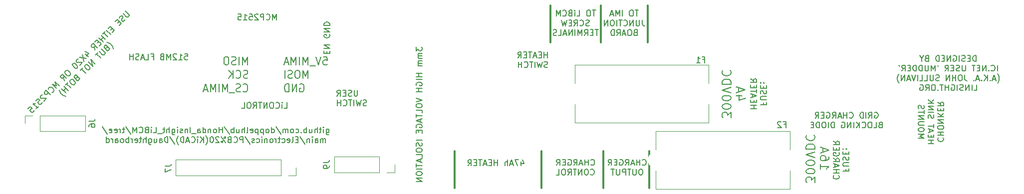
<source format=gbo>
G04 #@! TF.GenerationSoftware,KiCad,Pcbnew,(5.1.9-0-10_14)*
G04 #@! TF.CreationDate,2023-05-20T00:30:08-04:00*
G04 #@! TF.ProjectId,LiBCM-Daughterboard,4c694243-4d2d-4446-9175-676874657262,A*
G04 #@! TF.SameCoordinates,Original*
G04 #@! TF.FileFunction,Legend,Bot*
G04 #@! TF.FilePolarity,Positive*
%FSLAX46Y46*%
G04 Gerber Fmt 4.6, Leading zero omitted, Abs format (unit mm)*
G04 Created by KiCad (PCBNEW (5.1.9-0-10_14)) date 2023-05-20 00:30:08*
%MOMM*%
%LPD*%
G01*
G04 APERTURE LIST*
%ADD10C,0.150000*%
%ADD11C,0.300000*%
%ADD12C,0.200000*%
%ADD13C,0.120000*%
%ADD14C,3.000000*%
%ADD15O,1.700000X1.700000*%
%ADD16R,1.700000X1.700000*%
%ADD17O,1.800000X3.600000*%
%ADD18O,3.500000X3.500000*%
%ADD19R,2.000000X2.000000*%
%ADD20O,2.000000X2.000000*%
%ADD21C,3.200000*%
G04 APERTURE END LIST*
D10*
X148821428Y-133914404D02*
X148821428Y-133581071D01*
X148297619Y-133438214D02*
X148297619Y-133914404D01*
X149297619Y-133914404D01*
X149297619Y-133438214D01*
X148297619Y-133009642D02*
X149297619Y-133009642D01*
X148297619Y-132438214D01*
X149297619Y-132438214D01*
X149250000Y-130676309D02*
X149297619Y-130771547D01*
X149297619Y-130914404D01*
X149250000Y-131057261D01*
X149154761Y-131152500D01*
X149059523Y-131200119D01*
X148869047Y-131247738D01*
X148726190Y-131247738D01*
X148535714Y-131200119D01*
X148440476Y-131152500D01*
X148345238Y-131057261D01*
X148297619Y-130914404D01*
X148297619Y-130819166D01*
X148345238Y-130676309D01*
X148392857Y-130628690D01*
X148726190Y-130628690D01*
X148726190Y-130819166D01*
X148297619Y-130200119D02*
X149297619Y-130200119D01*
X148297619Y-129628690D01*
X149297619Y-129628690D01*
X148297619Y-129152500D02*
X149297619Y-129152500D01*
X149297619Y-128914404D01*
X149250000Y-128771547D01*
X149154761Y-128676309D01*
X149059523Y-128628690D01*
X148869047Y-128581071D01*
X148726190Y-128581071D01*
X148535714Y-128628690D01*
X148440476Y-128676309D01*
X148345238Y-128771547D01*
X148297619Y-128914404D01*
X148297619Y-129152500D01*
D11*
X186750000Y-125750000D02*
X186750000Y-132000000D01*
X203250000Y-125750000D02*
X203250000Y-132000000D01*
X195250000Y-125750000D02*
X195250000Y-132000000D01*
X185250000Y-150500000D02*
X185250000Y-156750000D01*
X170500000Y-150500000D02*
X170500000Y-156750000D01*
X203500000Y-150500000D02*
X203500000Y-156750000D01*
X185250000Y-150500000D02*
X185250000Y-156750000D01*
X195750000Y-150500000D02*
X195750000Y-156750000D01*
D10*
X193595238Y-152782142D02*
X193642857Y-152829761D01*
X193785714Y-152877380D01*
X193880952Y-152877380D01*
X194023809Y-152829761D01*
X194119047Y-152734523D01*
X194166666Y-152639285D01*
X194214285Y-152448809D01*
X194214285Y-152305952D01*
X194166666Y-152115476D01*
X194119047Y-152020238D01*
X194023809Y-151925000D01*
X193880952Y-151877380D01*
X193785714Y-151877380D01*
X193642857Y-151925000D01*
X193595238Y-151972619D01*
X193166666Y-152877380D02*
X193166666Y-151877380D01*
X193166666Y-152353571D02*
X192595238Y-152353571D01*
X192595238Y-152877380D02*
X192595238Y-151877380D01*
X192166666Y-152591666D02*
X191690476Y-152591666D01*
X192261904Y-152877380D02*
X191928571Y-151877380D01*
X191595238Y-152877380D01*
X190690476Y-152877380D02*
X191023809Y-152401190D01*
X191261904Y-152877380D02*
X191261904Y-151877380D01*
X190880952Y-151877380D01*
X190785714Y-151925000D01*
X190738095Y-151972619D01*
X190690476Y-152067857D01*
X190690476Y-152210714D01*
X190738095Y-152305952D01*
X190785714Y-152353571D01*
X190880952Y-152401190D01*
X191261904Y-152401190D01*
X189738095Y-151925000D02*
X189833333Y-151877380D01*
X189976190Y-151877380D01*
X190119047Y-151925000D01*
X190214285Y-152020238D01*
X190261904Y-152115476D01*
X190309523Y-152305952D01*
X190309523Y-152448809D01*
X190261904Y-152639285D01*
X190214285Y-152734523D01*
X190119047Y-152829761D01*
X189976190Y-152877380D01*
X189880952Y-152877380D01*
X189738095Y-152829761D01*
X189690476Y-152782142D01*
X189690476Y-152448809D01*
X189880952Y-152448809D01*
X189261904Y-152353571D02*
X188928571Y-152353571D01*
X188785714Y-152877380D02*
X189261904Y-152877380D01*
X189261904Y-151877380D01*
X188785714Y-151877380D01*
X187785714Y-152877380D02*
X188119047Y-152401190D01*
X188357142Y-152877380D02*
X188357142Y-151877380D01*
X187976190Y-151877380D01*
X187880952Y-151925000D01*
X187833333Y-151972619D01*
X187785714Y-152067857D01*
X187785714Y-152210714D01*
X187833333Y-152305952D01*
X187880952Y-152353571D01*
X187976190Y-152401190D01*
X188357142Y-152401190D01*
X193547619Y-154432142D02*
X193595238Y-154479761D01*
X193738095Y-154527380D01*
X193833333Y-154527380D01*
X193976190Y-154479761D01*
X194071428Y-154384523D01*
X194119047Y-154289285D01*
X194166666Y-154098809D01*
X194166666Y-153955952D01*
X194119047Y-153765476D01*
X194071428Y-153670238D01*
X193976190Y-153575000D01*
X193833333Y-153527380D01*
X193738095Y-153527380D01*
X193595238Y-153575000D01*
X193547619Y-153622619D01*
X192928571Y-153527380D02*
X192738095Y-153527380D01*
X192642857Y-153575000D01*
X192547619Y-153670238D01*
X192500000Y-153860714D01*
X192500000Y-154194047D01*
X192547619Y-154384523D01*
X192642857Y-154479761D01*
X192738095Y-154527380D01*
X192928571Y-154527380D01*
X193023809Y-154479761D01*
X193119047Y-154384523D01*
X193166666Y-154194047D01*
X193166666Y-153860714D01*
X193119047Y-153670238D01*
X193023809Y-153575000D01*
X192928571Y-153527380D01*
X192071428Y-154527380D02*
X192071428Y-153527380D01*
X191500000Y-154527380D01*
X191500000Y-153527380D01*
X191166666Y-153527380D02*
X190595238Y-153527380D01*
X190880952Y-154527380D02*
X190880952Y-153527380D01*
X189690476Y-154527380D02*
X190023809Y-154051190D01*
X190261904Y-154527380D02*
X190261904Y-153527380D01*
X189880952Y-153527380D01*
X189785714Y-153575000D01*
X189738095Y-153622619D01*
X189690476Y-153717857D01*
X189690476Y-153860714D01*
X189738095Y-153955952D01*
X189785714Y-154003571D01*
X189880952Y-154051190D01*
X190261904Y-154051190D01*
X189071428Y-153527380D02*
X188880952Y-153527380D01*
X188785714Y-153575000D01*
X188690476Y-153670238D01*
X188642857Y-153860714D01*
X188642857Y-154194047D01*
X188690476Y-154384523D01*
X188785714Y-154479761D01*
X188880952Y-154527380D01*
X189071428Y-154527380D01*
X189166666Y-154479761D01*
X189261904Y-154384523D01*
X189309523Y-154194047D01*
X189309523Y-153860714D01*
X189261904Y-153670238D01*
X189166666Y-153575000D01*
X189071428Y-153527380D01*
X187738095Y-154527380D02*
X188214285Y-154527380D01*
X188214285Y-153527380D01*
D12*
X135322380Y-135833333D02*
X135322380Y-134433333D01*
X134905714Y-135433333D01*
X134489047Y-134433333D01*
X134489047Y-135833333D01*
X133893809Y-135833333D02*
X133893809Y-134433333D01*
X133358095Y-135766666D02*
X133179523Y-135833333D01*
X132881904Y-135833333D01*
X132762857Y-135766666D01*
X132703333Y-135700000D01*
X132643809Y-135566666D01*
X132643809Y-135433333D01*
X132703333Y-135300000D01*
X132762857Y-135233333D01*
X132881904Y-135166666D01*
X133120000Y-135100000D01*
X133239047Y-135033333D01*
X133298571Y-134966666D01*
X133358095Y-134833333D01*
X133358095Y-134700000D01*
X133298571Y-134566666D01*
X133239047Y-134500000D01*
X133120000Y-134433333D01*
X132822380Y-134433333D01*
X132643809Y-134500000D01*
X131870000Y-134433333D02*
X131631904Y-134433333D01*
X131512857Y-134500000D01*
X131393809Y-134633333D01*
X131334285Y-134900000D01*
X131334285Y-135366666D01*
X131393809Y-135633333D01*
X131512857Y-135766666D01*
X131631904Y-135833333D01*
X131870000Y-135833333D01*
X131989047Y-135766666D01*
X132108095Y-135633333D01*
X132167619Y-135366666D01*
X132167619Y-134900000D01*
X132108095Y-134633333D01*
X131989047Y-134500000D01*
X131870000Y-134433333D01*
X135381904Y-138066666D02*
X135203333Y-138133333D01*
X134905714Y-138133333D01*
X134786666Y-138066666D01*
X134727142Y-138000000D01*
X134667619Y-137866666D01*
X134667619Y-137733333D01*
X134727142Y-137600000D01*
X134786666Y-137533333D01*
X134905714Y-137466666D01*
X135143809Y-137400000D01*
X135262857Y-137333333D01*
X135322380Y-137266666D01*
X135381904Y-137133333D01*
X135381904Y-137000000D01*
X135322380Y-136866666D01*
X135262857Y-136800000D01*
X135143809Y-136733333D01*
X134846190Y-136733333D01*
X134667619Y-136800000D01*
X133417619Y-138000000D02*
X133477142Y-138066666D01*
X133655714Y-138133333D01*
X133774761Y-138133333D01*
X133953333Y-138066666D01*
X134072380Y-137933333D01*
X134131904Y-137800000D01*
X134191428Y-137533333D01*
X134191428Y-137333333D01*
X134131904Y-137066666D01*
X134072380Y-136933333D01*
X133953333Y-136800000D01*
X133774761Y-136733333D01*
X133655714Y-136733333D01*
X133477142Y-136800000D01*
X133417619Y-136866666D01*
X132881904Y-138133333D02*
X132881904Y-136733333D01*
X132167619Y-138133333D02*
X132703333Y-137333333D01*
X132167619Y-136733333D02*
X132881904Y-137533333D01*
X134608095Y-140300000D02*
X134667619Y-140366666D01*
X134846190Y-140433333D01*
X134965238Y-140433333D01*
X135143809Y-140366666D01*
X135262857Y-140233333D01*
X135322380Y-140100000D01*
X135381904Y-139833333D01*
X135381904Y-139633333D01*
X135322380Y-139366666D01*
X135262857Y-139233333D01*
X135143809Y-139100000D01*
X134965238Y-139033333D01*
X134846190Y-139033333D01*
X134667619Y-139100000D01*
X134608095Y-139166666D01*
X134131904Y-140366666D02*
X133953333Y-140433333D01*
X133655714Y-140433333D01*
X133536666Y-140366666D01*
X133477142Y-140300000D01*
X133417619Y-140166666D01*
X133417619Y-140033333D01*
X133477142Y-139900000D01*
X133536666Y-139833333D01*
X133655714Y-139766666D01*
X133893809Y-139700000D01*
X134012857Y-139633333D01*
X134072380Y-139566666D01*
X134131904Y-139433333D01*
X134131904Y-139300000D01*
X134072380Y-139166666D01*
X134012857Y-139100000D01*
X133893809Y-139033333D01*
X133596190Y-139033333D01*
X133417619Y-139100000D01*
X133179523Y-140566666D02*
X132227142Y-140566666D01*
X131929523Y-140433333D02*
X131929523Y-139033333D01*
X131512857Y-140033333D01*
X131096190Y-139033333D01*
X131096190Y-140433333D01*
X130500952Y-140433333D02*
X130500952Y-139033333D01*
X129905714Y-140433333D02*
X129905714Y-139033333D01*
X129489047Y-140033333D01*
X129072380Y-139033333D01*
X129072380Y-140433333D01*
X128536666Y-140033333D02*
X127941428Y-140033333D01*
X128655714Y-140433333D02*
X128239047Y-139033333D01*
X127822380Y-140433333D01*
X148225238Y-134433333D02*
X148820476Y-134433333D01*
X148880000Y-135100000D01*
X148820476Y-135033333D01*
X148701428Y-134966666D01*
X148403809Y-134966666D01*
X148284761Y-135033333D01*
X148225238Y-135100000D01*
X148165714Y-135233333D01*
X148165714Y-135566666D01*
X148225238Y-135700000D01*
X148284761Y-135766666D01*
X148403809Y-135833333D01*
X148701428Y-135833333D01*
X148820476Y-135766666D01*
X148880000Y-135700000D01*
X147808571Y-134433333D02*
X147391904Y-135833333D01*
X146975238Y-134433333D01*
X146856190Y-135966666D02*
X145903809Y-135966666D01*
X145606190Y-135833333D02*
X145606190Y-134433333D01*
X145189523Y-135433333D01*
X144772857Y-134433333D01*
X144772857Y-135833333D01*
X144177619Y-135833333D02*
X144177619Y-134433333D01*
X143582380Y-135833333D02*
X143582380Y-134433333D01*
X143165714Y-135433333D01*
X142749047Y-134433333D01*
X142749047Y-135833333D01*
X142213333Y-135433333D02*
X141618095Y-135433333D01*
X142332380Y-135833333D02*
X141915714Y-134433333D01*
X141499047Y-135833333D01*
X145606190Y-138133333D02*
X145606190Y-136733333D01*
X145189523Y-137733333D01*
X144772857Y-136733333D01*
X144772857Y-138133333D01*
X143939523Y-136733333D02*
X143701428Y-136733333D01*
X143582380Y-136800000D01*
X143463333Y-136933333D01*
X143403809Y-137200000D01*
X143403809Y-137666666D01*
X143463333Y-137933333D01*
X143582380Y-138066666D01*
X143701428Y-138133333D01*
X143939523Y-138133333D01*
X144058571Y-138066666D01*
X144177619Y-137933333D01*
X144237142Y-137666666D01*
X144237142Y-137200000D01*
X144177619Y-136933333D01*
X144058571Y-136800000D01*
X143939523Y-136733333D01*
X142927619Y-138066666D02*
X142749047Y-138133333D01*
X142451428Y-138133333D01*
X142332380Y-138066666D01*
X142272857Y-138000000D01*
X142213333Y-137866666D01*
X142213333Y-137733333D01*
X142272857Y-137600000D01*
X142332380Y-137533333D01*
X142451428Y-137466666D01*
X142689523Y-137400000D01*
X142808571Y-137333333D01*
X142868095Y-137266666D01*
X142927619Y-137133333D01*
X142927619Y-137000000D01*
X142868095Y-136866666D01*
X142808571Y-136800000D01*
X142689523Y-136733333D01*
X142391904Y-136733333D01*
X142213333Y-136800000D01*
X141677619Y-138133333D02*
X141677619Y-136733333D01*
X144237142Y-139100000D02*
X144356190Y-139033333D01*
X144534761Y-139033333D01*
X144713333Y-139100000D01*
X144832380Y-139233333D01*
X144891904Y-139366666D01*
X144951428Y-139633333D01*
X144951428Y-139833333D01*
X144891904Y-140100000D01*
X144832380Y-140233333D01*
X144713333Y-140366666D01*
X144534761Y-140433333D01*
X144415714Y-140433333D01*
X144237142Y-140366666D01*
X144177619Y-140300000D01*
X144177619Y-139833333D01*
X144415714Y-139833333D01*
X143641904Y-140433333D02*
X143641904Y-139033333D01*
X142927619Y-140433333D01*
X142927619Y-139033333D01*
X142332380Y-140433333D02*
X142332380Y-139033333D01*
X142034761Y-139033333D01*
X141856190Y-139100000D01*
X141737142Y-139233333D01*
X141677619Y-139366666D01*
X141618095Y-139633333D01*
X141618095Y-139833333D01*
X141677619Y-140100000D01*
X141737142Y-140233333D01*
X141856190Y-140366666D01*
X142034761Y-140433333D01*
X142332380Y-140433333D01*
D10*
X154014166Y-140127380D02*
X154014166Y-140936904D01*
X153966547Y-141032142D01*
X153918928Y-141079761D01*
X153823690Y-141127380D01*
X153633214Y-141127380D01*
X153537976Y-141079761D01*
X153490357Y-141032142D01*
X153442738Y-140936904D01*
X153442738Y-140127380D01*
X153014166Y-141079761D02*
X152871309Y-141127380D01*
X152633214Y-141127380D01*
X152537976Y-141079761D01*
X152490357Y-141032142D01*
X152442738Y-140936904D01*
X152442738Y-140841666D01*
X152490357Y-140746428D01*
X152537976Y-140698809D01*
X152633214Y-140651190D01*
X152823690Y-140603571D01*
X152918928Y-140555952D01*
X152966547Y-140508333D01*
X153014166Y-140413095D01*
X153014166Y-140317857D01*
X152966547Y-140222619D01*
X152918928Y-140175000D01*
X152823690Y-140127380D01*
X152585595Y-140127380D01*
X152442738Y-140175000D01*
X152014166Y-140603571D02*
X151680833Y-140603571D01*
X151537976Y-141127380D02*
X152014166Y-141127380D01*
X152014166Y-140127380D01*
X151537976Y-140127380D01*
X150537976Y-141127380D02*
X150871309Y-140651190D01*
X151109404Y-141127380D02*
X151109404Y-140127380D01*
X150728452Y-140127380D01*
X150633214Y-140175000D01*
X150585595Y-140222619D01*
X150537976Y-140317857D01*
X150537976Y-140460714D01*
X150585595Y-140555952D01*
X150633214Y-140603571D01*
X150728452Y-140651190D01*
X151109404Y-140651190D01*
X155537976Y-142729761D02*
X155395119Y-142777380D01*
X155157023Y-142777380D01*
X155061785Y-142729761D01*
X155014166Y-142682142D01*
X154966547Y-142586904D01*
X154966547Y-142491666D01*
X155014166Y-142396428D01*
X155061785Y-142348809D01*
X155157023Y-142301190D01*
X155347500Y-142253571D01*
X155442738Y-142205952D01*
X155490357Y-142158333D01*
X155537976Y-142063095D01*
X155537976Y-141967857D01*
X155490357Y-141872619D01*
X155442738Y-141825000D01*
X155347500Y-141777380D01*
X155109404Y-141777380D01*
X154966547Y-141825000D01*
X154633214Y-141777380D02*
X154395119Y-142777380D01*
X154204642Y-142063095D01*
X154014166Y-142777380D01*
X153776071Y-141777380D01*
X153395119Y-142777380D02*
X153395119Y-141777380D01*
X153061785Y-141777380D02*
X152490357Y-141777380D01*
X152776071Y-142777380D02*
X152776071Y-141777380D01*
X151585595Y-142682142D02*
X151633214Y-142729761D01*
X151776071Y-142777380D01*
X151871309Y-142777380D01*
X152014166Y-142729761D01*
X152109404Y-142634523D01*
X152157023Y-142539285D01*
X152204642Y-142348809D01*
X152204642Y-142205952D01*
X152157023Y-142015476D01*
X152109404Y-141920238D01*
X152014166Y-141825000D01*
X151871309Y-141777380D01*
X151776071Y-141777380D01*
X151633214Y-141825000D01*
X151585595Y-141872619D01*
X151157023Y-142777380D02*
X151157023Y-141777380D01*
X151157023Y-142253571D02*
X150585595Y-142253571D01*
X150585595Y-142777380D02*
X150585595Y-141777380D01*
X252542857Y-148214285D02*
X252495238Y-148261904D01*
X252447619Y-148404761D01*
X252447619Y-148500000D01*
X252495238Y-148642857D01*
X252590476Y-148738095D01*
X252685714Y-148785714D01*
X252876190Y-148833333D01*
X253019047Y-148833333D01*
X253209523Y-148785714D01*
X253304761Y-148738095D01*
X253400000Y-148642857D01*
X253447619Y-148500000D01*
X253447619Y-148404761D01*
X253400000Y-148261904D01*
X253352380Y-148214285D01*
X252447619Y-147785714D02*
X253447619Y-147785714D01*
X252971428Y-147785714D02*
X252971428Y-147214285D01*
X252447619Y-147214285D02*
X253447619Y-147214285D01*
X253447619Y-146547619D02*
X253447619Y-146357142D01*
X253400000Y-146261904D01*
X253304761Y-146166666D01*
X253114285Y-146119047D01*
X252780952Y-146119047D01*
X252590476Y-146166666D01*
X252495238Y-146261904D01*
X252447619Y-146357142D01*
X252447619Y-146547619D01*
X252495238Y-146642857D01*
X252590476Y-146738095D01*
X252780952Y-146785714D01*
X253114285Y-146785714D01*
X253304761Y-146738095D01*
X253400000Y-146642857D01*
X253447619Y-146547619D01*
X252447619Y-145690476D02*
X253447619Y-145690476D01*
X252447619Y-145119047D01*
X253447619Y-145119047D01*
X252447619Y-144642857D02*
X253447619Y-144642857D01*
X252447619Y-144071428D02*
X253019047Y-144500000D01*
X253447619Y-144071428D02*
X252876190Y-144642857D01*
X252971428Y-143642857D02*
X252971428Y-143309523D01*
X252447619Y-143166666D02*
X252447619Y-143642857D01*
X253447619Y-143642857D01*
X253447619Y-143166666D01*
X252447619Y-142166666D02*
X252923809Y-142500000D01*
X252447619Y-142738095D02*
X253447619Y-142738095D01*
X253447619Y-142357142D01*
X253400000Y-142261904D01*
X253352380Y-142214285D01*
X253257142Y-142166666D01*
X253114285Y-142166666D01*
X253019047Y-142214285D01*
X252971428Y-142261904D01*
X252923809Y-142357142D01*
X252923809Y-142738095D01*
X250797619Y-149166666D02*
X251797619Y-149166666D01*
X251321428Y-149166666D02*
X251321428Y-148595238D01*
X250797619Y-148595238D02*
X251797619Y-148595238D01*
X251321428Y-148119047D02*
X251321428Y-147785714D01*
X250797619Y-147642857D02*
X250797619Y-148119047D01*
X251797619Y-148119047D01*
X251797619Y-147642857D01*
X251083333Y-147261904D02*
X251083333Y-146785714D01*
X250797619Y-147357142D02*
X251797619Y-147023809D01*
X250797619Y-146690476D01*
X251797619Y-146500000D02*
X251797619Y-145928571D01*
X250797619Y-146214285D02*
X251797619Y-146214285D01*
X250845238Y-144880952D02*
X250797619Y-144738095D01*
X250797619Y-144500000D01*
X250845238Y-144404761D01*
X250892857Y-144357142D01*
X250988095Y-144309523D01*
X251083333Y-144309523D01*
X251178571Y-144357142D01*
X251226190Y-144404761D01*
X251273809Y-144500000D01*
X251321428Y-144690476D01*
X251369047Y-144785714D01*
X251416666Y-144833333D01*
X251511904Y-144880952D01*
X251607142Y-144880952D01*
X251702380Y-144833333D01*
X251750000Y-144785714D01*
X251797619Y-144690476D01*
X251797619Y-144452380D01*
X251750000Y-144309523D01*
X250797619Y-143880952D02*
X251797619Y-143880952D01*
X250797619Y-143404761D02*
X251797619Y-143404761D01*
X250797619Y-142833333D01*
X251797619Y-142833333D01*
X250797619Y-142357142D02*
X251797619Y-142357142D01*
X250797619Y-141785714D02*
X251369047Y-142214285D01*
X251797619Y-141785714D02*
X251226190Y-142357142D01*
X249147619Y-148261904D02*
X250147619Y-148261904D01*
X249433333Y-147928571D01*
X250147619Y-147595238D01*
X249147619Y-147595238D01*
X250147619Y-146928571D02*
X250147619Y-146738095D01*
X250100000Y-146642857D01*
X250004761Y-146547619D01*
X249814285Y-146500000D01*
X249480952Y-146500000D01*
X249290476Y-146547619D01*
X249195238Y-146642857D01*
X249147619Y-146738095D01*
X249147619Y-146928571D01*
X249195238Y-147023809D01*
X249290476Y-147119047D01*
X249480952Y-147166666D01*
X249814285Y-147166666D01*
X250004761Y-147119047D01*
X250100000Y-147023809D01*
X250147619Y-146928571D01*
X250147619Y-146071428D02*
X249338095Y-146071428D01*
X249242857Y-146023809D01*
X249195238Y-145976190D01*
X249147619Y-145880952D01*
X249147619Y-145690476D01*
X249195238Y-145595238D01*
X249242857Y-145547619D01*
X249338095Y-145500000D01*
X250147619Y-145500000D01*
X249147619Y-145023809D02*
X250147619Y-145023809D01*
X249147619Y-144452380D01*
X250147619Y-144452380D01*
X250147619Y-144119047D02*
X250147619Y-143547619D01*
X249147619Y-143833333D02*
X250147619Y-143833333D01*
X249195238Y-143261904D02*
X249147619Y-143119047D01*
X249147619Y-142880952D01*
X249195238Y-142785714D01*
X249242857Y-142738095D01*
X249338095Y-142690476D01*
X249433333Y-142690476D01*
X249528571Y-142738095D01*
X249576190Y-142785714D01*
X249623809Y-142880952D01*
X249671428Y-143071428D01*
X249719047Y-143166666D01*
X249766666Y-143214285D01*
X249861904Y-143261904D01*
X249957142Y-143261904D01*
X250052380Y-143214285D01*
X250100000Y-143166666D01*
X250147619Y-143071428D01*
X250147619Y-142833333D01*
X250100000Y-142690476D01*
X148690476Y-146710714D02*
X148690476Y-147520238D01*
X148738095Y-147615476D01*
X148785714Y-147663095D01*
X148880952Y-147710714D01*
X149023809Y-147710714D01*
X149119047Y-147663095D01*
X148690476Y-147329761D02*
X148785714Y-147377380D01*
X148976190Y-147377380D01*
X149071428Y-147329761D01*
X149119047Y-147282142D01*
X149166666Y-147186904D01*
X149166666Y-146901190D01*
X149119047Y-146805952D01*
X149071428Y-146758333D01*
X148976190Y-146710714D01*
X148785714Y-146710714D01*
X148690476Y-146758333D01*
X148214285Y-147377380D02*
X148214285Y-146710714D01*
X148214285Y-146377380D02*
X148261904Y-146425000D01*
X148214285Y-146472619D01*
X148166666Y-146425000D01*
X148214285Y-146377380D01*
X148214285Y-146472619D01*
X147880952Y-146710714D02*
X147500000Y-146710714D01*
X147738095Y-146377380D02*
X147738095Y-147234523D01*
X147690476Y-147329761D01*
X147595238Y-147377380D01*
X147500000Y-147377380D01*
X147166666Y-147377380D02*
X147166666Y-146377380D01*
X146738095Y-147377380D02*
X146738095Y-146853571D01*
X146785714Y-146758333D01*
X146880952Y-146710714D01*
X147023809Y-146710714D01*
X147119047Y-146758333D01*
X147166666Y-146805952D01*
X145833333Y-146710714D02*
X145833333Y-147377380D01*
X146261904Y-146710714D02*
X146261904Y-147234523D01*
X146214285Y-147329761D01*
X146119047Y-147377380D01*
X145976190Y-147377380D01*
X145880952Y-147329761D01*
X145833333Y-147282142D01*
X145357142Y-147377380D02*
X145357142Y-146377380D01*
X145357142Y-146758333D02*
X145261904Y-146710714D01*
X145071428Y-146710714D01*
X144976190Y-146758333D01*
X144928571Y-146805952D01*
X144880952Y-146901190D01*
X144880952Y-147186904D01*
X144928571Y-147282142D01*
X144976190Y-147329761D01*
X145071428Y-147377380D01*
X145261904Y-147377380D01*
X145357142Y-147329761D01*
X144452380Y-147282142D02*
X144404761Y-147329761D01*
X144452380Y-147377380D01*
X144500000Y-147329761D01*
X144452380Y-147282142D01*
X144452380Y-147377380D01*
X143547619Y-147329761D02*
X143642857Y-147377380D01*
X143833333Y-147377380D01*
X143928571Y-147329761D01*
X143976190Y-147282142D01*
X144023809Y-147186904D01*
X144023809Y-146901190D01*
X143976190Y-146805952D01*
X143928571Y-146758333D01*
X143833333Y-146710714D01*
X143642857Y-146710714D01*
X143547619Y-146758333D01*
X142976190Y-147377380D02*
X143071428Y-147329761D01*
X143119047Y-147282142D01*
X143166666Y-147186904D01*
X143166666Y-146901190D01*
X143119047Y-146805952D01*
X143071428Y-146758333D01*
X142976190Y-146710714D01*
X142833333Y-146710714D01*
X142738095Y-146758333D01*
X142690476Y-146805952D01*
X142642857Y-146901190D01*
X142642857Y-147186904D01*
X142690476Y-147282142D01*
X142738095Y-147329761D01*
X142833333Y-147377380D01*
X142976190Y-147377380D01*
X142214285Y-147377380D02*
X142214285Y-146710714D01*
X142214285Y-146805952D02*
X142166666Y-146758333D01*
X142071428Y-146710714D01*
X141928571Y-146710714D01*
X141833333Y-146758333D01*
X141785714Y-146853571D01*
X141785714Y-147377380D01*
X141785714Y-146853571D02*
X141738095Y-146758333D01*
X141642857Y-146710714D01*
X141500000Y-146710714D01*
X141404761Y-146758333D01*
X141357142Y-146853571D01*
X141357142Y-147377380D01*
X140166666Y-146329761D02*
X141023809Y-147615476D01*
X139404761Y-147377380D02*
X139404761Y-146377380D01*
X139404761Y-147329761D02*
X139500000Y-147377380D01*
X139690476Y-147377380D01*
X139785714Y-147329761D01*
X139833333Y-147282142D01*
X139880952Y-147186904D01*
X139880952Y-146901190D01*
X139833333Y-146805952D01*
X139785714Y-146758333D01*
X139690476Y-146710714D01*
X139500000Y-146710714D01*
X139404761Y-146758333D01*
X138785714Y-147377380D02*
X138880952Y-147329761D01*
X138928571Y-147282142D01*
X138976190Y-147186904D01*
X138976190Y-146901190D01*
X138928571Y-146805952D01*
X138880952Y-146758333D01*
X138785714Y-146710714D01*
X138642857Y-146710714D01*
X138547619Y-146758333D01*
X138500000Y-146805952D01*
X138452380Y-146901190D01*
X138452380Y-147186904D01*
X138500000Y-147282142D01*
X138547619Y-147329761D01*
X138642857Y-147377380D01*
X138785714Y-147377380D01*
X138023809Y-146710714D02*
X138023809Y-147710714D01*
X138023809Y-146758333D02*
X137928571Y-146710714D01*
X137738095Y-146710714D01*
X137642857Y-146758333D01*
X137595238Y-146805952D01*
X137547619Y-146901190D01*
X137547619Y-147186904D01*
X137595238Y-147282142D01*
X137642857Y-147329761D01*
X137738095Y-147377380D01*
X137928571Y-147377380D01*
X138023809Y-147329761D01*
X137119047Y-146710714D02*
X137119047Y-147710714D01*
X137119047Y-146758333D02*
X137023809Y-146710714D01*
X136833333Y-146710714D01*
X136738095Y-146758333D01*
X136690476Y-146805952D01*
X136642857Y-146901190D01*
X136642857Y-147186904D01*
X136690476Y-147282142D01*
X136738095Y-147329761D01*
X136833333Y-147377380D01*
X137023809Y-147377380D01*
X137119047Y-147329761D01*
X135833333Y-147329761D02*
X135928571Y-147377380D01*
X136119047Y-147377380D01*
X136214285Y-147329761D01*
X136261904Y-147234523D01*
X136261904Y-146853571D01*
X136214285Y-146758333D01*
X136119047Y-146710714D01*
X135928571Y-146710714D01*
X135833333Y-146758333D01*
X135785714Y-146853571D01*
X135785714Y-146948809D01*
X136261904Y-147044047D01*
X135214285Y-147377380D02*
X135309523Y-147329761D01*
X135357142Y-147234523D01*
X135357142Y-146377380D01*
X134833333Y-147377380D02*
X134833333Y-146377380D01*
X134404761Y-147377380D02*
X134404761Y-146853571D01*
X134452380Y-146758333D01*
X134547619Y-146710714D01*
X134690476Y-146710714D01*
X134785714Y-146758333D01*
X134833333Y-146805952D01*
X133500000Y-146710714D02*
X133500000Y-147377380D01*
X133928571Y-146710714D02*
X133928571Y-147234523D01*
X133880952Y-147329761D01*
X133785714Y-147377380D01*
X133642857Y-147377380D01*
X133547619Y-147329761D01*
X133500000Y-147282142D01*
X133023809Y-147377380D02*
X133023809Y-146377380D01*
X133023809Y-146758333D02*
X132928571Y-146710714D01*
X132738095Y-146710714D01*
X132642857Y-146758333D01*
X132595238Y-146805952D01*
X132547619Y-146901190D01*
X132547619Y-147186904D01*
X132595238Y-147282142D01*
X132642857Y-147329761D01*
X132738095Y-147377380D01*
X132928571Y-147377380D01*
X133023809Y-147329761D01*
X131404761Y-146329761D02*
X132261904Y-147615476D01*
X131071428Y-147377380D02*
X131071428Y-146377380D01*
X131071428Y-146853571D02*
X130500000Y-146853571D01*
X130500000Y-147377380D02*
X130500000Y-146377380D01*
X129880952Y-147377380D02*
X129976190Y-147329761D01*
X130023809Y-147282142D01*
X130071428Y-147186904D01*
X130071428Y-146901190D01*
X130023809Y-146805952D01*
X129976190Y-146758333D01*
X129880952Y-146710714D01*
X129738095Y-146710714D01*
X129642857Y-146758333D01*
X129595238Y-146805952D01*
X129547619Y-146901190D01*
X129547619Y-147186904D01*
X129595238Y-147282142D01*
X129642857Y-147329761D01*
X129738095Y-147377380D01*
X129880952Y-147377380D01*
X129119047Y-146710714D02*
X129119047Y-147377380D01*
X129119047Y-146805952D02*
X129071428Y-146758333D01*
X128976190Y-146710714D01*
X128833333Y-146710714D01*
X128738095Y-146758333D01*
X128690476Y-146853571D01*
X128690476Y-147377380D01*
X127785714Y-147377380D02*
X127785714Y-146377380D01*
X127785714Y-147329761D02*
X127880952Y-147377380D01*
X128071428Y-147377380D01*
X128166666Y-147329761D01*
X128214285Y-147282142D01*
X128261904Y-147186904D01*
X128261904Y-146901190D01*
X128214285Y-146805952D01*
X128166666Y-146758333D01*
X128071428Y-146710714D01*
X127880952Y-146710714D01*
X127785714Y-146758333D01*
X126880952Y-147377380D02*
X126880952Y-146853571D01*
X126928571Y-146758333D01*
X127023809Y-146710714D01*
X127214285Y-146710714D01*
X127309523Y-146758333D01*
X126880952Y-147329761D02*
X126976190Y-147377380D01*
X127214285Y-147377380D01*
X127309523Y-147329761D01*
X127357142Y-147234523D01*
X127357142Y-147139285D01*
X127309523Y-147044047D01*
X127214285Y-146996428D01*
X126976190Y-146996428D01*
X126880952Y-146948809D01*
X126642857Y-147472619D02*
X125880952Y-147472619D01*
X125642857Y-147377380D02*
X125642857Y-146377380D01*
X125166666Y-146710714D02*
X125166666Y-147377380D01*
X125166666Y-146805952D02*
X125119047Y-146758333D01*
X125023809Y-146710714D01*
X124880952Y-146710714D01*
X124785714Y-146758333D01*
X124738095Y-146853571D01*
X124738095Y-147377380D01*
X124309523Y-147329761D02*
X124214285Y-147377380D01*
X124023809Y-147377380D01*
X123928571Y-147329761D01*
X123880952Y-147234523D01*
X123880952Y-147186904D01*
X123928571Y-147091666D01*
X124023809Y-147044047D01*
X124166666Y-147044047D01*
X124261904Y-146996428D01*
X124309523Y-146901190D01*
X124309523Y-146853571D01*
X124261904Y-146758333D01*
X124166666Y-146710714D01*
X124023809Y-146710714D01*
X123928571Y-146758333D01*
X123452380Y-147377380D02*
X123452380Y-146710714D01*
X123452380Y-146377380D02*
X123500000Y-146425000D01*
X123452380Y-146472619D01*
X123404761Y-146425000D01*
X123452380Y-146377380D01*
X123452380Y-146472619D01*
X122547619Y-146710714D02*
X122547619Y-147520238D01*
X122595238Y-147615476D01*
X122642857Y-147663095D01*
X122738095Y-147710714D01*
X122880952Y-147710714D01*
X122976190Y-147663095D01*
X122547619Y-147329761D02*
X122642857Y-147377380D01*
X122833333Y-147377380D01*
X122928571Y-147329761D01*
X122976190Y-147282142D01*
X123023809Y-147186904D01*
X123023809Y-146901190D01*
X122976190Y-146805952D01*
X122928571Y-146758333D01*
X122833333Y-146710714D01*
X122642857Y-146710714D01*
X122547619Y-146758333D01*
X122071428Y-147377380D02*
X122071428Y-146377380D01*
X121642857Y-147377380D02*
X121642857Y-146853571D01*
X121690476Y-146758333D01*
X121785714Y-146710714D01*
X121928571Y-146710714D01*
X122023809Y-146758333D01*
X122071428Y-146805952D01*
X121309523Y-146710714D02*
X120928571Y-146710714D01*
X121166666Y-146377380D02*
X121166666Y-147234523D01*
X121119047Y-147329761D01*
X121023809Y-147377380D01*
X120928571Y-147377380D01*
X120833333Y-147472619D02*
X120071428Y-147472619D01*
X119357142Y-147377380D02*
X119833333Y-147377380D01*
X119833333Y-146377380D01*
X119023809Y-147377380D02*
X119023809Y-146710714D01*
X119023809Y-146377380D02*
X119071428Y-146425000D01*
X119023809Y-146472619D01*
X118976190Y-146425000D01*
X119023809Y-146377380D01*
X119023809Y-146472619D01*
X118214285Y-146853571D02*
X118071428Y-146901190D01*
X118023809Y-146948809D01*
X117976190Y-147044047D01*
X117976190Y-147186904D01*
X118023809Y-147282142D01*
X118071428Y-147329761D01*
X118166666Y-147377380D01*
X118547619Y-147377380D01*
X118547619Y-146377380D01*
X118214285Y-146377380D01*
X118119047Y-146425000D01*
X118071428Y-146472619D01*
X118023809Y-146567857D01*
X118023809Y-146663095D01*
X118071428Y-146758333D01*
X118119047Y-146805952D01*
X118214285Y-146853571D01*
X118547619Y-146853571D01*
X116976190Y-147282142D02*
X117023809Y-147329761D01*
X117166666Y-147377380D01*
X117261904Y-147377380D01*
X117404761Y-147329761D01*
X117500000Y-147234523D01*
X117547619Y-147139285D01*
X117595238Y-146948809D01*
X117595238Y-146805952D01*
X117547619Y-146615476D01*
X117500000Y-146520238D01*
X117404761Y-146425000D01*
X117261904Y-146377380D01*
X117166666Y-146377380D01*
X117023809Y-146425000D01*
X116976190Y-146472619D01*
X116547619Y-147377380D02*
X116547619Y-146377380D01*
X116214285Y-147091666D01*
X115880952Y-146377380D01*
X115880952Y-147377380D01*
X114690476Y-146329761D02*
X115547619Y-147615476D01*
X114500000Y-146710714D02*
X114119047Y-146710714D01*
X114357142Y-146377380D02*
X114357142Y-147234523D01*
X114309523Y-147329761D01*
X114214285Y-147377380D01*
X114119047Y-147377380D01*
X113785714Y-147377380D02*
X113785714Y-146710714D01*
X113785714Y-146901190D02*
X113738095Y-146805952D01*
X113690476Y-146758333D01*
X113595238Y-146710714D01*
X113500000Y-146710714D01*
X112785714Y-147329761D02*
X112880952Y-147377380D01*
X113071428Y-147377380D01*
X113166666Y-147329761D01*
X113214285Y-147234523D01*
X113214285Y-146853571D01*
X113166666Y-146758333D01*
X113071428Y-146710714D01*
X112880952Y-146710714D01*
X112785714Y-146758333D01*
X112738095Y-146853571D01*
X112738095Y-146948809D01*
X113214285Y-147044047D01*
X111928571Y-147329761D02*
X112023809Y-147377380D01*
X112214285Y-147377380D01*
X112309523Y-147329761D01*
X112357142Y-147234523D01*
X112357142Y-146853571D01*
X112309523Y-146758333D01*
X112214285Y-146710714D01*
X112023809Y-146710714D01*
X111928571Y-146758333D01*
X111880952Y-146853571D01*
X111880952Y-146948809D01*
X112357142Y-147044047D01*
X110738095Y-146329761D02*
X111595238Y-147615476D01*
X148595238Y-149027380D02*
X148595238Y-148360714D01*
X148595238Y-148455952D02*
X148547619Y-148408333D01*
X148452380Y-148360714D01*
X148309523Y-148360714D01*
X148214285Y-148408333D01*
X148166666Y-148503571D01*
X148166666Y-149027380D01*
X148166666Y-148503571D02*
X148119047Y-148408333D01*
X148023809Y-148360714D01*
X147880952Y-148360714D01*
X147785714Y-148408333D01*
X147738095Y-148503571D01*
X147738095Y-149027380D01*
X146833333Y-149027380D02*
X146833333Y-148503571D01*
X146880952Y-148408333D01*
X146976190Y-148360714D01*
X147166666Y-148360714D01*
X147261904Y-148408333D01*
X146833333Y-148979761D02*
X146928571Y-149027380D01*
X147166666Y-149027380D01*
X147261904Y-148979761D01*
X147309523Y-148884523D01*
X147309523Y-148789285D01*
X147261904Y-148694047D01*
X147166666Y-148646428D01*
X146928571Y-148646428D01*
X146833333Y-148598809D01*
X146357142Y-149027380D02*
X146357142Y-148360714D01*
X146357142Y-148027380D02*
X146404761Y-148075000D01*
X146357142Y-148122619D01*
X146309523Y-148075000D01*
X146357142Y-148027380D01*
X146357142Y-148122619D01*
X145880952Y-148360714D02*
X145880952Y-149027380D01*
X145880952Y-148455952D02*
X145833333Y-148408333D01*
X145738095Y-148360714D01*
X145595238Y-148360714D01*
X145500000Y-148408333D01*
X145452380Y-148503571D01*
X145452380Y-149027380D01*
X144261904Y-147979761D02*
X145119047Y-149265476D01*
X143928571Y-148503571D02*
X143595238Y-148503571D01*
X143452380Y-149027380D02*
X143928571Y-149027380D01*
X143928571Y-148027380D01*
X143452380Y-148027380D01*
X142880952Y-149027380D02*
X142976190Y-148979761D01*
X143023809Y-148884523D01*
X143023809Y-148027380D01*
X142119047Y-148979761D02*
X142214285Y-149027380D01*
X142404761Y-149027380D01*
X142500000Y-148979761D01*
X142547619Y-148884523D01*
X142547619Y-148503571D01*
X142500000Y-148408333D01*
X142404761Y-148360714D01*
X142214285Y-148360714D01*
X142119047Y-148408333D01*
X142071428Y-148503571D01*
X142071428Y-148598809D01*
X142547619Y-148694047D01*
X141214285Y-148979761D02*
X141309523Y-149027380D01*
X141500000Y-149027380D01*
X141595238Y-148979761D01*
X141642857Y-148932142D01*
X141690476Y-148836904D01*
X141690476Y-148551190D01*
X141642857Y-148455952D01*
X141595238Y-148408333D01*
X141500000Y-148360714D01*
X141309523Y-148360714D01*
X141214285Y-148408333D01*
X140928571Y-148360714D02*
X140547619Y-148360714D01*
X140785714Y-148027380D02*
X140785714Y-148884523D01*
X140738095Y-148979761D01*
X140642857Y-149027380D01*
X140547619Y-149027380D01*
X140214285Y-149027380D02*
X140214285Y-148360714D01*
X140214285Y-148551190D02*
X140166666Y-148455952D01*
X140119047Y-148408333D01*
X140023809Y-148360714D01*
X139928571Y-148360714D01*
X139452380Y-149027380D02*
X139547619Y-148979761D01*
X139595238Y-148932142D01*
X139642857Y-148836904D01*
X139642857Y-148551190D01*
X139595238Y-148455952D01*
X139547619Y-148408333D01*
X139452380Y-148360714D01*
X139309523Y-148360714D01*
X139214285Y-148408333D01*
X139166666Y-148455952D01*
X139119047Y-148551190D01*
X139119047Y-148836904D01*
X139166666Y-148932142D01*
X139214285Y-148979761D01*
X139309523Y-149027380D01*
X139452380Y-149027380D01*
X138690476Y-148360714D02*
X138690476Y-149027380D01*
X138690476Y-148455952D02*
X138642857Y-148408333D01*
X138547619Y-148360714D01*
X138404761Y-148360714D01*
X138309523Y-148408333D01*
X138261904Y-148503571D01*
X138261904Y-149027380D01*
X137785714Y-149027380D02*
X137785714Y-148360714D01*
X137785714Y-148027380D02*
X137833333Y-148075000D01*
X137785714Y-148122619D01*
X137738095Y-148075000D01*
X137785714Y-148027380D01*
X137785714Y-148122619D01*
X136880952Y-148979761D02*
X136976190Y-149027380D01*
X137166666Y-149027380D01*
X137261904Y-148979761D01*
X137309523Y-148932142D01*
X137357142Y-148836904D01*
X137357142Y-148551190D01*
X137309523Y-148455952D01*
X137261904Y-148408333D01*
X137166666Y-148360714D01*
X136976190Y-148360714D01*
X136880952Y-148408333D01*
X136500000Y-148979761D02*
X136404761Y-149027380D01*
X136214285Y-149027380D01*
X136119047Y-148979761D01*
X136071428Y-148884523D01*
X136071428Y-148836904D01*
X136119047Y-148741666D01*
X136214285Y-148694047D01*
X136357142Y-148694047D01*
X136452380Y-148646428D01*
X136500000Y-148551190D01*
X136500000Y-148503571D01*
X136452380Y-148408333D01*
X136357142Y-148360714D01*
X136214285Y-148360714D01*
X136119047Y-148408333D01*
X134928571Y-147979761D02*
X135785714Y-149265476D01*
X134595238Y-149027380D02*
X134595238Y-148027380D01*
X134214285Y-148027380D01*
X134119047Y-148075000D01*
X134071428Y-148122619D01*
X134023809Y-148217857D01*
X134023809Y-148360714D01*
X134071428Y-148455952D01*
X134119047Y-148503571D01*
X134214285Y-148551190D01*
X134595238Y-148551190D01*
X133023809Y-148932142D02*
X133071428Y-148979761D01*
X133214285Y-149027380D01*
X133309523Y-149027380D01*
X133452380Y-148979761D01*
X133547619Y-148884523D01*
X133595238Y-148789285D01*
X133642857Y-148598809D01*
X133642857Y-148455952D01*
X133595238Y-148265476D01*
X133547619Y-148170238D01*
X133452380Y-148075000D01*
X133309523Y-148027380D01*
X133214285Y-148027380D01*
X133071428Y-148075000D01*
X133023809Y-148122619D01*
X132261904Y-148503571D02*
X132119047Y-148551190D01*
X132071428Y-148598809D01*
X132023809Y-148694047D01*
X132023809Y-148836904D01*
X132071428Y-148932142D01*
X132119047Y-148979761D01*
X132214285Y-149027380D01*
X132595238Y-149027380D01*
X132595238Y-148027380D01*
X132261904Y-148027380D01*
X132166666Y-148075000D01*
X132119047Y-148122619D01*
X132071428Y-148217857D01*
X132071428Y-148313095D01*
X132119047Y-148408333D01*
X132166666Y-148455952D01*
X132261904Y-148503571D01*
X132595238Y-148503571D01*
X131642857Y-149027380D02*
X130880952Y-148027380D01*
X131500000Y-148027380D02*
X131404761Y-148075000D01*
X131357142Y-148170238D01*
X131404761Y-148265476D01*
X131500000Y-148313095D01*
X131595238Y-148265476D01*
X131642857Y-148170238D01*
X131595238Y-148075000D01*
X131500000Y-148027380D01*
X130928571Y-148979761D02*
X130880952Y-148884523D01*
X130928571Y-148789285D01*
X131023809Y-148741666D01*
X131119047Y-148789285D01*
X131166666Y-148884523D01*
X131119047Y-148979761D01*
X131023809Y-149027380D01*
X130928571Y-148979761D01*
X130500000Y-148122619D02*
X130452380Y-148075000D01*
X130357142Y-148027380D01*
X130119047Y-148027380D01*
X130023809Y-148075000D01*
X129976190Y-148122619D01*
X129928571Y-148217857D01*
X129928571Y-148313095D01*
X129976190Y-148455952D01*
X130547619Y-149027380D01*
X129928571Y-149027380D01*
X129309523Y-148027380D02*
X129214285Y-148027380D01*
X129119047Y-148075000D01*
X129071428Y-148122619D01*
X129023809Y-148217857D01*
X128976190Y-148408333D01*
X128976190Y-148646428D01*
X129023809Y-148836904D01*
X129071428Y-148932142D01*
X129119047Y-148979761D01*
X129214285Y-149027380D01*
X129309523Y-149027380D01*
X129404761Y-148979761D01*
X129452380Y-148932142D01*
X129500000Y-148836904D01*
X129547619Y-148646428D01*
X129547619Y-148408333D01*
X129500000Y-148217857D01*
X129452380Y-148122619D01*
X129404761Y-148075000D01*
X129309523Y-148027380D01*
X128261904Y-149408333D02*
X128309523Y-149360714D01*
X128404761Y-149217857D01*
X128452380Y-149122619D01*
X128500000Y-148979761D01*
X128547619Y-148741666D01*
X128547619Y-148551190D01*
X128500000Y-148313095D01*
X128452380Y-148170238D01*
X128404761Y-148075000D01*
X128309523Y-147932142D01*
X128261904Y-147884523D01*
X127880952Y-149027380D02*
X127880952Y-148027380D01*
X127309523Y-149027380D02*
X127738095Y-148455952D01*
X127309523Y-148027380D02*
X127880952Y-148598809D01*
X126880952Y-149027380D02*
X126880952Y-148360714D01*
X126880952Y-148027380D02*
X126928571Y-148075000D01*
X126880952Y-148122619D01*
X126833333Y-148075000D01*
X126880952Y-148027380D01*
X126880952Y-148122619D01*
X125833333Y-148932142D02*
X125880952Y-148979761D01*
X126023809Y-149027380D01*
X126119047Y-149027380D01*
X126261904Y-148979761D01*
X126357142Y-148884523D01*
X126404761Y-148789285D01*
X126452380Y-148598809D01*
X126452380Y-148455952D01*
X126404761Y-148265476D01*
X126357142Y-148170238D01*
X126261904Y-148075000D01*
X126119047Y-148027380D01*
X126023809Y-148027380D01*
X125880952Y-148075000D01*
X125833333Y-148122619D01*
X125452380Y-148741666D02*
X124976190Y-148741666D01*
X125547619Y-149027380D02*
X125214285Y-148027380D01*
X124880952Y-149027380D01*
X124547619Y-149027380D02*
X124547619Y-148027380D01*
X124309523Y-148027380D01*
X124166666Y-148075000D01*
X124071428Y-148170238D01*
X124023809Y-148265476D01*
X123976190Y-148455952D01*
X123976190Y-148598809D01*
X124023809Y-148789285D01*
X124071428Y-148884523D01*
X124166666Y-148979761D01*
X124309523Y-149027380D01*
X124547619Y-149027380D01*
X123642857Y-149408333D02*
X123595238Y-149360714D01*
X123500000Y-149217857D01*
X123452380Y-149122619D01*
X123404761Y-148979761D01*
X123357142Y-148741666D01*
X123357142Y-148551190D01*
X123404761Y-148313095D01*
X123452380Y-148170238D01*
X123500000Y-148075000D01*
X123595238Y-147932142D01*
X123642857Y-147884523D01*
X122166666Y-147979761D02*
X123023809Y-149265476D01*
X121833333Y-149027380D02*
X121833333Y-148027380D01*
X121595238Y-148027380D01*
X121452380Y-148075000D01*
X121357142Y-148170238D01*
X121309523Y-148265476D01*
X121261904Y-148455952D01*
X121261904Y-148598809D01*
X121309523Y-148789285D01*
X121357142Y-148884523D01*
X121452380Y-148979761D01*
X121595238Y-149027380D01*
X121833333Y-149027380D01*
X120404761Y-149027380D02*
X120404761Y-148503571D01*
X120452380Y-148408333D01*
X120547619Y-148360714D01*
X120738095Y-148360714D01*
X120833333Y-148408333D01*
X120404761Y-148979761D02*
X120500000Y-149027380D01*
X120738095Y-149027380D01*
X120833333Y-148979761D01*
X120880952Y-148884523D01*
X120880952Y-148789285D01*
X120833333Y-148694047D01*
X120738095Y-148646428D01*
X120500000Y-148646428D01*
X120404761Y-148598809D01*
X119500000Y-148360714D02*
X119500000Y-149027380D01*
X119928571Y-148360714D02*
X119928571Y-148884523D01*
X119880952Y-148979761D01*
X119785714Y-149027380D01*
X119642857Y-149027380D01*
X119547619Y-148979761D01*
X119500000Y-148932142D01*
X118595238Y-148360714D02*
X118595238Y-149170238D01*
X118642857Y-149265476D01*
X118690476Y-149313095D01*
X118785714Y-149360714D01*
X118928571Y-149360714D01*
X119023809Y-149313095D01*
X118595238Y-148979761D02*
X118690476Y-149027380D01*
X118880952Y-149027380D01*
X118976190Y-148979761D01*
X119023809Y-148932142D01*
X119071428Y-148836904D01*
X119071428Y-148551190D01*
X119023809Y-148455952D01*
X118976190Y-148408333D01*
X118880952Y-148360714D01*
X118690476Y-148360714D01*
X118595238Y-148408333D01*
X118119047Y-149027380D02*
X118119047Y-148027380D01*
X117690476Y-149027380D02*
X117690476Y-148503571D01*
X117738095Y-148408333D01*
X117833333Y-148360714D01*
X117976190Y-148360714D01*
X118071428Y-148408333D01*
X118119047Y-148455952D01*
X117357142Y-148360714D02*
X116976190Y-148360714D01*
X117214285Y-148027380D02*
X117214285Y-148884523D01*
X117166666Y-148979761D01*
X117071428Y-149027380D01*
X116976190Y-149027380D01*
X116261904Y-148979761D02*
X116357142Y-149027380D01*
X116547619Y-149027380D01*
X116642857Y-148979761D01*
X116690476Y-148884523D01*
X116690476Y-148503571D01*
X116642857Y-148408333D01*
X116547619Y-148360714D01*
X116357142Y-148360714D01*
X116261904Y-148408333D01*
X116214285Y-148503571D01*
X116214285Y-148598809D01*
X116690476Y-148694047D01*
X115785714Y-149027380D02*
X115785714Y-148360714D01*
X115785714Y-148551190D02*
X115738095Y-148455952D01*
X115690476Y-148408333D01*
X115595238Y-148360714D01*
X115500000Y-148360714D01*
X115166666Y-149027380D02*
X115166666Y-148027380D01*
X115166666Y-148408333D02*
X115071428Y-148360714D01*
X114880952Y-148360714D01*
X114785714Y-148408333D01*
X114738095Y-148455952D01*
X114690476Y-148551190D01*
X114690476Y-148836904D01*
X114738095Y-148932142D01*
X114785714Y-148979761D01*
X114880952Y-149027380D01*
X115071428Y-149027380D01*
X115166666Y-148979761D01*
X114119047Y-149027380D02*
X114214285Y-148979761D01*
X114261904Y-148932142D01*
X114309523Y-148836904D01*
X114309523Y-148551190D01*
X114261904Y-148455952D01*
X114214285Y-148408333D01*
X114119047Y-148360714D01*
X113976190Y-148360714D01*
X113880952Y-148408333D01*
X113833333Y-148455952D01*
X113785714Y-148551190D01*
X113785714Y-148836904D01*
X113833333Y-148932142D01*
X113880952Y-148979761D01*
X113976190Y-149027380D01*
X114119047Y-149027380D01*
X112928571Y-149027380D02*
X112928571Y-148503571D01*
X112976190Y-148408333D01*
X113071428Y-148360714D01*
X113261904Y-148360714D01*
X113357142Y-148408333D01*
X112928571Y-148979761D02*
X113023809Y-149027380D01*
X113261904Y-149027380D01*
X113357142Y-148979761D01*
X113404761Y-148884523D01*
X113404761Y-148789285D01*
X113357142Y-148694047D01*
X113261904Y-148646428D01*
X113023809Y-148646428D01*
X112928571Y-148598809D01*
X112452380Y-149027380D02*
X112452380Y-148360714D01*
X112452380Y-148551190D02*
X112404761Y-148455952D01*
X112357142Y-148408333D01*
X112261904Y-148360714D01*
X112166666Y-148360714D01*
X111404761Y-149027380D02*
X111404761Y-148027380D01*
X111404761Y-148979761D02*
X111500000Y-149027380D01*
X111690476Y-149027380D01*
X111785714Y-148979761D01*
X111833333Y-148932142D01*
X111880952Y-148836904D01*
X111880952Y-148551190D01*
X111833333Y-148455952D01*
X111785714Y-148408333D01*
X111690476Y-148360714D01*
X111500000Y-148360714D01*
X111404761Y-148408333D01*
X258964285Y-135227380D02*
X258964285Y-134227380D01*
X258726190Y-134227380D01*
X258583333Y-134275000D01*
X258488095Y-134370238D01*
X258440476Y-134465476D01*
X258392857Y-134655952D01*
X258392857Y-134798809D01*
X258440476Y-134989285D01*
X258488095Y-135084523D01*
X258583333Y-135179761D01*
X258726190Y-135227380D01*
X258964285Y-135227380D01*
X257964285Y-134703571D02*
X257630952Y-134703571D01*
X257488095Y-135227380D02*
X257964285Y-135227380D01*
X257964285Y-134227380D01*
X257488095Y-134227380D01*
X257107142Y-135179761D02*
X256964285Y-135227380D01*
X256726190Y-135227380D01*
X256630952Y-135179761D01*
X256583333Y-135132142D01*
X256535714Y-135036904D01*
X256535714Y-134941666D01*
X256583333Y-134846428D01*
X256630952Y-134798809D01*
X256726190Y-134751190D01*
X256916666Y-134703571D01*
X257011904Y-134655952D01*
X257059523Y-134608333D01*
X257107142Y-134513095D01*
X257107142Y-134417857D01*
X257059523Y-134322619D01*
X257011904Y-134275000D01*
X256916666Y-134227380D01*
X256678571Y-134227380D01*
X256535714Y-134275000D01*
X256107142Y-135227380D02*
X256107142Y-134227380D01*
X255107142Y-134275000D02*
X255202380Y-134227380D01*
X255345238Y-134227380D01*
X255488095Y-134275000D01*
X255583333Y-134370238D01*
X255630952Y-134465476D01*
X255678571Y-134655952D01*
X255678571Y-134798809D01*
X255630952Y-134989285D01*
X255583333Y-135084523D01*
X255488095Y-135179761D01*
X255345238Y-135227380D01*
X255250000Y-135227380D01*
X255107142Y-135179761D01*
X255059523Y-135132142D01*
X255059523Y-134798809D01*
X255250000Y-134798809D01*
X254630952Y-135227380D02*
X254630952Y-134227380D01*
X254059523Y-135227380D01*
X254059523Y-134227380D01*
X253583333Y-134703571D02*
X253250000Y-134703571D01*
X253107142Y-135227380D02*
X253583333Y-135227380D01*
X253583333Y-134227380D01*
X253107142Y-134227380D01*
X252678571Y-135227380D02*
X252678571Y-134227380D01*
X252440476Y-134227380D01*
X252297619Y-134275000D01*
X252202380Y-134370238D01*
X252154761Y-134465476D01*
X252107142Y-134655952D01*
X252107142Y-134798809D01*
X252154761Y-134989285D01*
X252202380Y-135084523D01*
X252297619Y-135179761D01*
X252440476Y-135227380D01*
X252678571Y-135227380D01*
X250583333Y-134703571D02*
X250440476Y-134751190D01*
X250392857Y-134798809D01*
X250345238Y-134894047D01*
X250345238Y-135036904D01*
X250392857Y-135132142D01*
X250440476Y-135179761D01*
X250535714Y-135227380D01*
X250916666Y-135227380D01*
X250916666Y-134227380D01*
X250583333Y-134227380D01*
X250488095Y-134275000D01*
X250440476Y-134322619D01*
X250392857Y-134417857D01*
X250392857Y-134513095D01*
X250440476Y-134608333D01*
X250488095Y-134655952D01*
X250583333Y-134703571D01*
X250916666Y-134703571D01*
X249726190Y-134751190D02*
X249726190Y-135227380D01*
X250059523Y-134227380D02*
X249726190Y-134751190D01*
X249392857Y-134227380D01*
X262583333Y-136877380D02*
X262583333Y-135877380D01*
X261535714Y-136782142D02*
X261583333Y-136829761D01*
X261726190Y-136877380D01*
X261821428Y-136877380D01*
X261964285Y-136829761D01*
X262059523Y-136734523D01*
X262107142Y-136639285D01*
X262154761Y-136448809D01*
X262154761Y-136305952D01*
X262107142Y-136115476D01*
X262059523Y-136020238D01*
X261964285Y-135925000D01*
X261821428Y-135877380D01*
X261726190Y-135877380D01*
X261583333Y-135925000D01*
X261535714Y-135972619D01*
X261107142Y-136782142D02*
X261059523Y-136829761D01*
X261107142Y-136877380D01*
X261154761Y-136829761D01*
X261107142Y-136782142D01*
X261107142Y-136877380D01*
X260630952Y-136877380D02*
X260630952Y-135877380D01*
X260059523Y-136877380D01*
X260059523Y-135877380D01*
X259583333Y-136353571D02*
X259250000Y-136353571D01*
X259107142Y-136877380D02*
X259583333Y-136877380D01*
X259583333Y-135877380D01*
X259107142Y-135877380D01*
X258821428Y-135877380D02*
X258250000Y-135877380D01*
X258535714Y-136877380D02*
X258535714Y-135877380D01*
X257154761Y-135877380D02*
X257154761Y-136686904D01*
X257107142Y-136782142D01*
X257059523Y-136829761D01*
X256964285Y-136877380D01*
X256773809Y-136877380D01*
X256678571Y-136829761D01*
X256630952Y-136782142D01*
X256583333Y-136686904D01*
X256583333Y-135877380D01*
X256154761Y-136829761D02*
X256011904Y-136877380D01*
X255773809Y-136877380D01*
X255678571Y-136829761D01*
X255630952Y-136782142D01*
X255583333Y-136686904D01*
X255583333Y-136591666D01*
X255630952Y-136496428D01*
X255678571Y-136448809D01*
X255773809Y-136401190D01*
X255964285Y-136353571D01*
X256059523Y-136305952D01*
X256107142Y-136258333D01*
X256154761Y-136163095D01*
X256154761Y-136067857D01*
X256107142Y-135972619D01*
X256059523Y-135925000D01*
X255964285Y-135877380D01*
X255726190Y-135877380D01*
X255583333Y-135925000D01*
X255154761Y-136353571D02*
X254821428Y-136353571D01*
X254678571Y-136877380D02*
X255154761Y-136877380D01*
X255154761Y-135877380D01*
X254678571Y-135877380D01*
X253678571Y-136877380D02*
X254011904Y-136401190D01*
X254250000Y-136877380D02*
X254250000Y-135877380D01*
X253869047Y-135877380D01*
X253773809Y-135925000D01*
X253726190Y-135972619D01*
X253678571Y-136067857D01*
X253678571Y-136210714D01*
X253726190Y-136305952D01*
X253773809Y-136353571D01*
X253869047Y-136401190D01*
X254250000Y-136401190D01*
X252440476Y-135877380D02*
X252535714Y-136067857D01*
X252011904Y-136877380D02*
X252011904Y-135877380D01*
X251678571Y-136591666D01*
X251345238Y-135877380D01*
X251345238Y-136877380D01*
X250869047Y-135877380D02*
X250869047Y-136686904D01*
X250821428Y-136782142D01*
X250773809Y-136829761D01*
X250678571Y-136877380D01*
X250488095Y-136877380D01*
X250392857Y-136829761D01*
X250345238Y-136782142D01*
X250297619Y-136686904D01*
X250297619Y-135877380D01*
X249821428Y-136877380D02*
X249821428Y-135877380D01*
X249583333Y-135877380D01*
X249440476Y-135925000D01*
X249345238Y-136020238D01*
X249297619Y-136115476D01*
X249250000Y-136305952D01*
X249250000Y-136448809D01*
X249297619Y-136639285D01*
X249345238Y-136734523D01*
X249440476Y-136829761D01*
X249583333Y-136877380D01*
X249821428Y-136877380D01*
X248821428Y-136877380D02*
X248821428Y-135877380D01*
X248583333Y-135877380D01*
X248440476Y-135925000D01*
X248345238Y-136020238D01*
X248297619Y-136115476D01*
X248250000Y-136305952D01*
X248250000Y-136448809D01*
X248297619Y-136639285D01*
X248345238Y-136734523D01*
X248440476Y-136829761D01*
X248583333Y-136877380D01*
X248821428Y-136877380D01*
X247821428Y-136353571D02*
X247488095Y-136353571D01*
X247345238Y-136877380D02*
X247821428Y-136877380D01*
X247821428Y-135877380D01*
X247345238Y-135877380D01*
X246345238Y-136877380D02*
X246678571Y-136401190D01*
X246916666Y-136877380D02*
X246916666Y-135877380D01*
X246535714Y-135877380D01*
X246440476Y-135925000D01*
X246392857Y-135972619D01*
X246345238Y-136067857D01*
X246345238Y-136210714D01*
X246392857Y-136305952D01*
X246440476Y-136353571D01*
X246535714Y-136401190D01*
X246916666Y-136401190D01*
X245869047Y-135877380D02*
X245964285Y-136067857D01*
X262607142Y-138908333D02*
X262654761Y-138860714D01*
X262750000Y-138717857D01*
X262797619Y-138622619D01*
X262845238Y-138479761D01*
X262892857Y-138241666D01*
X262892857Y-138051190D01*
X262845238Y-137813095D01*
X262797619Y-137670238D01*
X262750000Y-137575000D01*
X262654761Y-137432142D01*
X262607142Y-137384523D01*
X262273809Y-138241666D02*
X261797619Y-138241666D01*
X262369047Y-138527380D02*
X262035714Y-137527380D01*
X261702380Y-138527380D01*
X261369047Y-138432142D02*
X261321428Y-138479761D01*
X261369047Y-138527380D01*
X261416666Y-138479761D01*
X261369047Y-138432142D01*
X261369047Y-138527380D01*
X260892857Y-138527380D02*
X260892857Y-137527380D01*
X260321428Y-138527380D02*
X260750000Y-137955952D01*
X260321428Y-137527380D02*
X260892857Y-138098809D01*
X259892857Y-138432142D02*
X259845238Y-138479761D01*
X259892857Y-138527380D01*
X259940476Y-138479761D01*
X259892857Y-138432142D01*
X259892857Y-138527380D01*
X259464285Y-138241666D02*
X258988095Y-138241666D01*
X259559523Y-138527380D02*
X259226190Y-137527380D01*
X258892857Y-138527380D01*
X258559523Y-138432142D02*
X258511904Y-138479761D01*
X258559523Y-138527380D01*
X258607142Y-138479761D01*
X258559523Y-138432142D01*
X258559523Y-138527380D01*
X257035714Y-137527380D02*
X257035714Y-138241666D01*
X257083333Y-138384523D01*
X257178571Y-138479761D01*
X257321428Y-138527380D01*
X257416666Y-138527380D01*
X256369047Y-137527380D02*
X256178571Y-137527380D01*
X256083333Y-137575000D01*
X255988095Y-137670238D01*
X255940476Y-137860714D01*
X255940476Y-138194047D01*
X255988095Y-138384523D01*
X256083333Y-138479761D01*
X256178571Y-138527380D01*
X256369047Y-138527380D01*
X256464285Y-138479761D01*
X256559523Y-138384523D01*
X256607142Y-138194047D01*
X256607142Y-137860714D01*
X256559523Y-137670238D01*
X256464285Y-137575000D01*
X256369047Y-137527380D01*
X255511904Y-138527380D02*
X255511904Y-137527380D01*
X255511904Y-138003571D02*
X254940476Y-138003571D01*
X254940476Y-138527380D02*
X254940476Y-137527380D01*
X254464285Y-138527380D02*
X254464285Y-137527380D01*
X253892857Y-138527380D01*
X253892857Y-137527380D01*
X252702380Y-138479761D02*
X252559523Y-138527380D01*
X252321428Y-138527380D01*
X252226190Y-138479761D01*
X252178571Y-138432142D01*
X252130952Y-138336904D01*
X252130952Y-138241666D01*
X252178571Y-138146428D01*
X252226190Y-138098809D01*
X252321428Y-138051190D01*
X252511904Y-138003571D01*
X252607142Y-137955952D01*
X252654761Y-137908333D01*
X252702380Y-137813095D01*
X252702380Y-137717857D01*
X252654761Y-137622619D01*
X252607142Y-137575000D01*
X252511904Y-137527380D01*
X252273809Y-137527380D01*
X252130952Y-137575000D01*
X251702380Y-137527380D02*
X251702380Y-138336904D01*
X251654761Y-138432142D01*
X251607142Y-138479761D01*
X251511904Y-138527380D01*
X251321428Y-138527380D01*
X251226190Y-138479761D01*
X251178571Y-138432142D01*
X251130952Y-138336904D01*
X251130952Y-137527380D01*
X250178571Y-138527380D02*
X250654761Y-138527380D01*
X250654761Y-137527380D01*
X249369047Y-138527380D02*
X249845238Y-138527380D01*
X249845238Y-137527380D01*
X249035714Y-138527380D02*
X249035714Y-137527380D01*
X248702380Y-137527380D02*
X248369047Y-138527380D01*
X248035714Y-137527380D01*
X247750000Y-138241666D02*
X247273809Y-138241666D01*
X247845238Y-138527380D02*
X247511904Y-137527380D01*
X247178571Y-138527380D01*
X246845238Y-138527380D02*
X246845238Y-137527380D01*
X246273809Y-138527380D01*
X246273809Y-137527380D01*
X245892857Y-138908333D02*
X245845238Y-138860714D01*
X245750000Y-138717857D01*
X245702380Y-138622619D01*
X245654761Y-138479761D01*
X245607142Y-138241666D01*
X245607142Y-138051190D01*
X245654761Y-137813095D01*
X245702380Y-137670238D01*
X245750000Y-137575000D01*
X245845238Y-137432142D01*
X245892857Y-137384523D01*
X258583333Y-140177380D02*
X259059523Y-140177380D01*
X259059523Y-139177380D01*
X258250000Y-140177380D02*
X258250000Y-139177380D01*
X257773809Y-140177380D02*
X257773809Y-139177380D01*
X257202380Y-140177380D01*
X257202380Y-139177380D01*
X256773809Y-140129761D02*
X256630952Y-140177380D01*
X256392857Y-140177380D01*
X256297619Y-140129761D01*
X256250000Y-140082142D01*
X256202380Y-139986904D01*
X256202380Y-139891666D01*
X256250000Y-139796428D01*
X256297619Y-139748809D01*
X256392857Y-139701190D01*
X256583333Y-139653571D01*
X256678571Y-139605952D01*
X256726190Y-139558333D01*
X256773809Y-139463095D01*
X256773809Y-139367857D01*
X256726190Y-139272619D01*
X256678571Y-139225000D01*
X256583333Y-139177380D01*
X256345238Y-139177380D01*
X256202380Y-139225000D01*
X255773809Y-140177380D02*
X255773809Y-139177380D01*
X254773809Y-139225000D02*
X254869047Y-139177380D01*
X255011904Y-139177380D01*
X255154761Y-139225000D01*
X255250000Y-139320238D01*
X255297619Y-139415476D01*
X255345238Y-139605952D01*
X255345238Y-139748809D01*
X255297619Y-139939285D01*
X255250000Y-140034523D01*
X255154761Y-140129761D01*
X255011904Y-140177380D01*
X254916666Y-140177380D01*
X254773809Y-140129761D01*
X254726190Y-140082142D01*
X254726190Y-139748809D01*
X254916666Y-139748809D01*
X254297619Y-140177380D02*
X254297619Y-139177380D01*
X254297619Y-139653571D02*
X253726190Y-139653571D01*
X253726190Y-140177380D02*
X253726190Y-139177380D01*
X253392857Y-139177380D02*
X252821428Y-139177380D01*
X253107142Y-140177380D02*
X253107142Y-139177380D01*
X252488095Y-140082142D02*
X252440476Y-140129761D01*
X252488095Y-140177380D01*
X252535714Y-140129761D01*
X252488095Y-140082142D01*
X252488095Y-140177380D01*
X251821428Y-139177380D02*
X251630952Y-139177380D01*
X251535714Y-139225000D01*
X251440476Y-139320238D01*
X251392857Y-139510714D01*
X251392857Y-139844047D01*
X251440476Y-140034523D01*
X251535714Y-140129761D01*
X251630952Y-140177380D01*
X251821428Y-140177380D01*
X251916666Y-140129761D01*
X252011904Y-140034523D01*
X252059523Y-139844047D01*
X252059523Y-139510714D01*
X252011904Y-139320238D01*
X251916666Y-139225000D01*
X251821428Y-139177380D01*
X250392857Y-140177380D02*
X250726190Y-139701190D01*
X250964285Y-140177380D02*
X250964285Y-139177380D01*
X250583333Y-139177380D01*
X250488095Y-139225000D01*
X250440476Y-139272619D01*
X250392857Y-139367857D01*
X250392857Y-139510714D01*
X250440476Y-139605952D01*
X250488095Y-139653571D01*
X250583333Y-139701190D01*
X250964285Y-139701190D01*
X249440476Y-139225000D02*
X249535714Y-139177380D01*
X249678571Y-139177380D01*
X249821428Y-139225000D01*
X249916666Y-139320238D01*
X249964285Y-139415476D01*
X250011904Y-139605952D01*
X250011904Y-139748809D01*
X249964285Y-139939285D01*
X249916666Y-140034523D01*
X249821428Y-140129761D01*
X249678571Y-140177380D01*
X249583333Y-140177380D01*
X249440476Y-140129761D01*
X249392857Y-140082142D01*
X249392857Y-139748809D01*
X249583333Y-139748809D01*
X114645826Y-126712996D02*
X115218246Y-127285416D01*
X115251918Y-127386431D01*
X115251918Y-127453775D01*
X115218246Y-127554790D01*
X115083559Y-127689477D01*
X114982544Y-127723149D01*
X114915200Y-127723149D01*
X114814185Y-127689477D01*
X114241765Y-127117057D01*
X114612155Y-128093538D02*
X114544811Y-128228225D01*
X114376452Y-128396584D01*
X114275437Y-128430256D01*
X114208094Y-128430256D01*
X114107078Y-128396584D01*
X114039735Y-128329240D01*
X114006063Y-128228225D01*
X114006063Y-128160882D01*
X114039735Y-128059866D01*
X114140750Y-127891508D01*
X114174422Y-127790492D01*
X114174422Y-127723149D01*
X114140750Y-127622134D01*
X114073407Y-127554790D01*
X113972391Y-127521118D01*
X113905048Y-127521118D01*
X113804033Y-127554790D01*
X113635674Y-127723149D01*
X113568330Y-127857836D01*
X113568330Y-128463927D02*
X113332628Y-128699630D01*
X113602002Y-129171034D02*
X113938720Y-128834317D01*
X113231613Y-128127210D01*
X112894895Y-128463927D01*
X112389819Y-129642439D02*
X112154117Y-129878141D01*
X112423491Y-130349546D02*
X112760208Y-130012828D01*
X112053101Y-129305721D01*
X111716384Y-129642439D01*
X112120445Y-130652591D02*
X111413338Y-129945485D01*
X111177636Y-130181187D02*
X110773575Y-130585248D01*
X111682712Y-131090324D02*
X110975605Y-130383217D01*
X111244979Y-131528057D02*
X110537873Y-130820950D01*
X110874590Y-131157668D02*
X110470529Y-131561729D01*
X110840918Y-131932118D02*
X110133812Y-131225011D01*
X110133812Y-131898446D02*
X109898109Y-132134148D01*
X110167483Y-132605553D02*
X110504201Y-132268835D01*
X109797094Y-131561729D01*
X109460377Y-131898446D01*
X109460377Y-133312660D02*
X109359361Y-132740240D01*
X109864438Y-132908599D02*
X109157331Y-132201492D01*
X108887957Y-132470866D01*
X108854285Y-132571881D01*
X108854285Y-132639225D01*
X108887957Y-132740240D01*
X108988972Y-132841255D01*
X109089987Y-132874927D01*
X109157331Y-132874927D01*
X109258346Y-132841255D01*
X109527720Y-132571881D01*
X107844133Y-133986095D02*
X108315537Y-134457499D01*
X107743117Y-133548362D02*
X108416552Y-133885079D01*
X107978820Y-134322812D01*
X107305385Y-134053438D02*
X107541087Y-135231949D01*
X106833980Y-134524843D02*
X108012491Y-134760545D01*
X106665621Y-134827888D02*
X106598278Y-134827888D01*
X106497262Y-134861560D01*
X106328904Y-135029919D01*
X106295232Y-135130934D01*
X106295232Y-135198278D01*
X106328904Y-135299293D01*
X106396247Y-135366637D01*
X106530934Y-135433980D01*
X107339056Y-135433980D01*
X106901324Y-135871713D01*
X105756484Y-135602339D02*
X105689140Y-135669682D01*
X105655469Y-135770698D01*
X105655469Y-135838041D01*
X105689140Y-135939056D01*
X105790156Y-136107415D01*
X105958514Y-136275774D01*
X106126873Y-136376789D01*
X106227888Y-136410461D01*
X106295232Y-136410461D01*
X106396247Y-136376789D01*
X106463591Y-136309446D01*
X106497262Y-136208430D01*
X106497262Y-136141087D01*
X106463591Y-136040072D01*
X106362575Y-135871713D01*
X106194217Y-135703354D01*
X106025858Y-135602339D01*
X105924843Y-135568667D01*
X105857499Y-135568667D01*
X105756484Y-135602339D01*
X104544301Y-136814522D02*
X104409614Y-136949209D01*
X104375942Y-137050224D01*
X104375942Y-137184911D01*
X104476957Y-137353270D01*
X104712660Y-137588972D01*
X104881018Y-137689987D01*
X105015705Y-137689987D01*
X105116721Y-137656316D01*
X105251408Y-137521629D01*
X105285079Y-137420613D01*
X105285079Y-137285926D01*
X105184064Y-137117568D01*
X104948362Y-136881865D01*
X104780003Y-136780850D01*
X104645316Y-136780850D01*
X104544301Y-136814522D01*
X104241255Y-138531781D02*
X104140240Y-137959361D01*
X104645316Y-138127720D02*
X103938209Y-137420613D01*
X103668835Y-137689987D01*
X103635164Y-137791003D01*
X103635164Y-137858346D01*
X103668835Y-137959361D01*
X103769851Y-138060377D01*
X103870866Y-138094048D01*
X103938209Y-138094048D01*
X104039225Y-138060377D01*
X104308599Y-137791003D01*
X103399461Y-139373575D02*
X102692355Y-138666468D01*
X102961729Y-139407247D01*
X102220950Y-139137873D01*
X102928057Y-139844979D01*
X102119935Y-140518414D02*
X102187278Y-140518414D01*
X102321965Y-140451071D01*
X102389309Y-140383727D01*
X102456652Y-140249040D01*
X102456652Y-140114353D01*
X102422981Y-140013338D01*
X102321965Y-139844979D01*
X102220950Y-139743964D01*
X102052591Y-139642949D01*
X101951576Y-139609277D01*
X101816889Y-139609277D01*
X101682202Y-139676621D01*
X101614859Y-139743964D01*
X101547515Y-139878651D01*
X101547515Y-139945995D01*
X101884233Y-140888804D02*
X101177126Y-140181697D01*
X100907752Y-140451071D01*
X100874080Y-140552086D01*
X100874080Y-140619430D01*
X100907752Y-140720445D01*
X101008767Y-140821460D01*
X101109782Y-140855132D01*
X101177126Y-140855132D01*
X101278141Y-140821460D01*
X101547515Y-140552086D01*
X100571034Y-140922475D02*
X100503691Y-140922475D01*
X100402675Y-140956147D01*
X100234317Y-141124506D01*
X100200645Y-141225521D01*
X100200645Y-141292865D01*
X100234317Y-141393880D01*
X100301660Y-141461224D01*
X100436347Y-141528567D01*
X101244469Y-141528567D01*
X100806736Y-141966300D01*
X99459866Y-141898956D02*
X99796584Y-141562239D01*
X100166973Y-141865285D01*
X100099630Y-141865285D01*
X99998614Y-141898956D01*
X99830256Y-142067315D01*
X99796584Y-142168330D01*
X99796584Y-142235674D01*
X99830256Y-142336689D01*
X99998614Y-142505048D01*
X100099630Y-142538720D01*
X100166973Y-142538720D01*
X100267988Y-142505048D01*
X100436347Y-142336689D01*
X100470019Y-142235674D01*
X100470019Y-142168330D01*
X99459866Y-143313170D02*
X99863927Y-142909109D01*
X99661897Y-143111139D02*
X98954790Y-142404033D01*
X99123149Y-142437704D01*
X99257836Y-142437704D01*
X99358851Y-142404033D01*
X98112996Y-143245826D02*
X98449714Y-142909109D01*
X98820103Y-143212155D01*
X98752760Y-143212155D01*
X98651744Y-143245826D01*
X98483386Y-143414185D01*
X98449714Y-143515200D01*
X98449714Y-143582544D01*
X98483386Y-143683559D01*
X98651744Y-143851918D01*
X98752760Y-143885590D01*
X98820103Y-143885590D01*
X98921118Y-143851918D01*
X99089477Y-143683559D01*
X99123149Y-143582544D01*
X99123149Y-143515200D01*
X112529557Y-133115680D02*
X112529557Y-133048336D01*
X112495885Y-132879977D01*
X112462213Y-132778962D01*
X112394870Y-132644275D01*
X112260183Y-132442245D01*
X112125496Y-132307558D01*
X111923465Y-132172871D01*
X111788778Y-132105527D01*
X111687763Y-132071855D01*
X111519404Y-132038184D01*
X111452061Y-132038184D01*
X111384717Y-132980993D02*
X111317374Y-133115680D01*
X111317374Y-133183023D01*
X111351045Y-133284038D01*
X111452061Y-133385054D01*
X111553076Y-133418725D01*
X111620419Y-133418725D01*
X111721435Y-133385054D01*
X111990809Y-133115680D01*
X111283702Y-132408573D01*
X111048000Y-132644275D01*
X111014328Y-132745290D01*
X111014328Y-132812634D01*
X111048000Y-132913649D01*
X111115343Y-132980993D01*
X111216358Y-133014664D01*
X111283702Y-133014664D01*
X111384717Y-132980993D01*
X111620419Y-132745290D01*
X110576595Y-133115680D02*
X111149015Y-133688099D01*
X111182687Y-133789115D01*
X111182687Y-133856458D01*
X111149015Y-133957474D01*
X111014328Y-134092161D01*
X110913313Y-134125832D01*
X110845969Y-134125832D01*
X110744954Y-134092161D01*
X110172534Y-133519741D01*
X109936832Y-133755443D02*
X109532771Y-134159504D01*
X110441908Y-134664580D02*
X109734801Y-133957474D01*
X109465427Y-135641061D02*
X108758320Y-134933954D01*
X109061366Y-136045122D01*
X108354259Y-135338015D01*
X107882855Y-135809420D02*
X107748168Y-135944107D01*
X107714496Y-136045122D01*
X107714496Y-136179809D01*
X107815511Y-136348168D01*
X108051214Y-136583870D01*
X108219572Y-136684885D01*
X108354259Y-136684885D01*
X108455275Y-136651214D01*
X108589962Y-136516527D01*
X108623633Y-136415511D01*
X108623633Y-136280824D01*
X108522618Y-136112466D01*
X108286916Y-135876763D01*
X108118557Y-135775748D01*
X107983870Y-135775748D01*
X107882855Y-135809420D01*
X107377779Y-136314496D02*
X106973718Y-136718557D01*
X107882855Y-137223633D02*
X107175748Y-136516527D01*
X106300283Y-138065427D02*
X106232939Y-138200114D01*
X106232939Y-138267458D01*
X106266611Y-138368473D01*
X106367626Y-138469488D01*
X106468641Y-138503160D01*
X106535985Y-138503160D01*
X106637000Y-138469488D01*
X106906374Y-138200114D01*
X106199267Y-137493007D01*
X105963565Y-137728710D01*
X105929893Y-137829725D01*
X105929893Y-137897068D01*
X105963565Y-137998084D01*
X106030909Y-138065427D01*
X106131924Y-138099099D01*
X106199267Y-138099099D01*
X106300283Y-138065427D01*
X106535985Y-137829725D01*
X105357474Y-138334801D02*
X105222787Y-138469488D01*
X105189115Y-138570503D01*
X105189115Y-138705190D01*
X105290130Y-138873549D01*
X105525832Y-139109251D01*
X105694191Y-139210267D01*
X105828878Y-139210267D01*
X105929893Y-139176595D01*
X106064580Y-139041908D01*
X106098252Y-138940893D01*
X106098252Y-138806206D01*
X105997237Y-138637847D01*
X105761535Y-138402145D01*
X105593176Y-138301129D01*
X105458489Y-138301129D01*
X105357474Y-138334801D01*
X104852397Y-138839877D02*
X104448336Y-139243938D01*
X105357474Y-139749015D02*
X104650367Y-139041908D01*
X104919741Y-140186748D02*
X104212634Y-139479641D01*
X104549351Y-139816358D02*
X104145290Y-140220419D01*
X104515680Y-140590809D02*
X103808573Y-139883702D01*
X104515680Y-141129557D02*
X104448336Y-141129557D01*
X104279977Y-141095885D01*
X104178962Y-141062213D01*
X104044275Y-140994870D01*
X103842245Y-140860183D01*
X103707558Y-140725496D01*
X103572871Y-140523465D01*
X103505527Y-140388778D01*
X103471855Y-140287763D01*
X103438184Y-140119404D01*
X103438184Y-140052061D01*
X141535714Y-143202380D02*
X142011904Y-143202380D01*
X142011904Y-142202380D01*
X141202380Y-143202380D02*
X141202380Y-142535714D01*
X141202380Y-142202380D02*
X141250000Y-142250000D01*
X141202380Y-142297619D01*
X141154761Y-142250000D01*
X141202380Y-142202380D01*
X141202380Y-142297619D01*
X140154761Y-143107142D02*
X140202380Y-143154761D01*
X140345238Y-143202380D01*
X140440476Y-143202380D01*
X140583333Y-143154761D01*
X140678571Y-143059523D01*
X140726190Y-142964285D01*
X140773809Y-142773809D01*
X140773809Y-142630952D01*
X140726190Y-142440476D01*
X140678571Y-142345238D01*
X140583333Y-142250000D01*
X140440476Y-142202380D01*
X140345238Y-142202380D01*
X140202380Y-142250000D01*
X140154761Y-142297619D01*
X139535714Y-142202380D02*
X139345238Y-142202380D01*
X139250000Y-142250000D01*
X139154761Y-142345238D01*
X139107142Y-142535714D01*
X139107142Y-142869047D01*
X139154761Y-143059523D01*
X139250000Y-143154761D01*
X139345238Y-143202380D01*
X139535714Y-143202380D01*
X139630952Y-143154761D01*
X139726190Y-143059523D01*
X139773809Y-142869047D01*
X139773809Y-142535714D01*
X139726190Y-142345238D01*
X139630952Y-142250000D01*
X139535714Y-142202380D01*
X138678571Y-143202380D02*
X138678571Y-142202380D01*
X138107142Y-143202380D01*
X138107142Y-142202380D01*
X137773809Y-142202380D02*
X137202380Y-142202380D01*
X137488095Y-143202380D02*
X137488095Y-142202380D01*
X136297619Y-143202380D02*
X136630952Y-142726190D01*
X136869047Y-143202380D02*
X136869047Y-142202380D01*
X136488095Y-142202380D01*
X136392857Y-142250000D01*
X136345238Y-142297619D01*
X136297619Y-142392857D01*
X136297619Y-142535714D01*
X136345238Y-142630952D01*
X136392857Y-142678571D01*
X136488095Y-142726190D01*
X136869047Y-142726190D01*
X135678571Y-142202380D02*
X135488095Y-142202380D01*
X135392857Y-142250000D01*
X135297619Y-142345238D01*
X135250000Y-142535714D01*
X135250000Y-142869047D01*
X135297619Y-143059523D01*
X135392857Y-143154761D01*
X135488095Y-143202380D01*
X135678571Y-143202380D01*
X135773809Y-143154761D01*
X135869047Y-143059523D01*
X135916666Y-142869047D01*
X135916666Y-142535714D01*
X135869047Y-142345238D01*
X135773809Y-142250000D01*
X135678571Y-142202380D01*
X134345238Y-143202380D02*
X134821428Y-143202380D01*
X134821428Y-142202380D01*
X202345238Y-152782142D02*
X202392857Y-152829761D01*
X202535714Y-152877380D01*
X202630952Y-152877380D01*
X202773809Y-152829761D01*
X202869047Y-152734523D01*
X202916666Y-152639285D01*
X202964285Y-152448809D01*
X202964285Y-152305952D01*
X202916666Y-152115476D01*
X202869047Y-152020238D01*
X202773809Y-151925000D01*
X202630952Y-151877380D01*
X202535714Y-151877380D01*
X202392857Y-151925000D01*
X202345238Y-151972619D01*
X201916666Y-152877380D02*
X201916666Y-151877380D01*
X201916666Y-152353571D02*
X201345238Y-152353571D01*
X201345238Y-152877380D02*
X201345238Y-151877380D01*
X200916666Y-152591666D02*
X200440476Y-152591666D01*
X201011904Y-152877380D02*
X200678571Y-151877380D01*
X200345238Y-152877380D01*
X199440476Y-152877380D02*
X199773809Y-152401190D01*
X200011904Y-152877380D02*
X200011904Y-151877380D01*
X199630952Y-151877380D01*
X199535714Y-151925000D01*
X199488095Y-151972619D01*
X199440476Y-152067857D01*
X199440476Y-152210714D01*
X199488095Y-152305952D01*
X199535714Y-152353571D01*
X199630952Y-152401190D01*
X200011904Y-152401190D01*
X198488095Y-151925000D02*
X198583333Y-151877380D01*
X198726190Y-151877380D01*
X198869047Y-151925000D01*
X198964285Y-152020238D01*
X199011904Y-152115476D01*
X199059523Y-152305952D01*
X199059523Y-152448809D01*
X199011904Y-152639285D01*
X198964285Y-152734523D01*
X198869047Y-152829761D01*
X198726190Y-152877380D01*
X198630952Y-152877380D01*
X198488095Y-152829761D01*
X198440476Y-152782142D01*
X198440476Y-152448809D01*
X198630952Y-152448809D01*
X198011904Y-152353571D02*
X197678571Y-152353571D01*
X197535714Y-152877380D02*
X198011904Y-152877380D01*
X198011904Y-151877380D01*
X197535714Y-151877380D01*
X196535714Y-152877380D02*
X196869047Y-152401190D01*
X197107142Y-152877380D02*
X197107142Y-151877380D01*
X196726190Y-151877380D01*
X196630952Y-151925000D01*
X196583333Y-151972619D01*
X196535714Y-152067857D01*
X196535714Y-152210714D01*
X196583333Y-152305952D01*
X196630952Y-152353571D01*
X196726190Y-152401190D01*
X197107142Y-152401190D01*
X202154761Y-153527380D02*
X201964285Y-153527380D01*
X201869047Y-153575000D01*
X201773809Y-153670238D01*
X201726190Y-153860714D01*
X201726190Y-154194047D01*
X201773809Y-154384523D01*
X201869047Y-154479761D01*
X201964285Y-154527380D01*
X202154761Y-154527380D01*
X202250000Y-154479761D01*
X202345238Y-154384523D01*
X202392857Y-154194047D01*
X202392857Y-153860714D01*
X202345238Y-153670238D01*
X202250000Y-153575000D01*
X202154761Y-153527380D01*
X201297619Y-153527380D02*
X201297619Y-154336904D01*
X201250000Y-154432142D01*
X201202380Y-154479761D01*
X201107142Y-154527380D01*
X200916666Y-154527380D01*
X200821428Y-154479761D01*
X200773809Y-154432142D01*
X200726190Y-154336904D01*
X200726190Y-153527380D01*
X200392857Y-153527380D02*
X199821428Y-153527380D01*
X200107142Y-154527380D02*
X200107142Y-153527380D01*
X199488095Y-154527380D02*
X199488095Y-153527380D01*
X199107142Y-153527380D01*
X199011904Y-153575000D01*
X198964285Y-153622619D01*
X198916666Y-153717857D01*
X198916666Y-153860714D01*
X198964285Y-153955952D01*
X199011904Y-154003571D01*
X199107142Y-154051190D01*
X199488095Y-154051190D01*
X198488095Y-153527380D02*
X198488095Y-154336904D01*
X198440476Y-154432142D01*
X198392857Y-154479761D01*
X198297619Y-154527380D01*
X198107142Y-154527380D01*
X198011904Y-154479761D01*
X197964285Y-154432142D01*
X197916666Y-154336904D01*
X197916666Y-153527380D01*
X197583333Y-153527380D02*
X197011904Y-153527380D01*
X197297619Y-154527380D02*
X197297619Y-153527380D01*
X194404761Y-126552380D02*
X193833333Y-126552380D01*
X194119047Y-127552380D02*
X194119047Y-126552380D01*
X193309523Y-126552380D02*
X193119047Y-126552380D01*
X193023809Y-126600000D01*
X192928571Y-126695238D01*
X192880952Y-126885714D01*
X192880952Y-127219047D01*
X192928571Y-127409523D01*
X193023809Y-127504761D01*
X193119047Y-127552380D01*
X193309523Y-127552380D01*
X193404761Y-127504761D01*
X193500000Y-127409523D01*
X193547619Y-127219047D01*
X193547619Y-126885714D01*
X193500000Y-126695238D01*
X193404761Y-126600000D01*
X193309523Y-126552380D01*
X191214285Y-127552380D02*
X191690476Y-127552380D01*
X191690476Y-126552380D01*
X190880952Y-127552380D02*
X190880952Y-126885714D01*
X190880952Y-126552380D02*
X190928571Y-126600000D01*
X190880952Y-126647619D01*
X190833333Y-126600000D01*
X190880952Y-126552380D01*
X190880952Y-126647619D01*
X190071428Y-127028571D02*
X189928571Y-127076190D01*
X189880952Y-127123809D01*
X189833333Y-127219047D01*
X189833333Y-127361904D01*
X189880952Y-127457142D01*
X189928571Y-127504761D01*
X190023809Y-127552380D01*
X190404761Y-127552380D01*
X190404761Y-126552380D01*
X190071428Y-126552380D01*
X189976190Y-126600000D01*
X189928571Y-126647619D01*
X189880952Y-126742857D01*
X189880952Y-126838095D01*
X189928571Y-126933333D01*
X189976190Y-126980952D01*
X190071428Y-127028571D01*
X190404761Y-127028571D01*
X188833333Y-127457142D02*
X188880952Y-127504761D01*
X189023809Y-127552380D01*
X189119047Y-127552380D01*
X189261904Y-127504761D01*
X189357142Y-127409523D01*
X189404761Y-127314285D01*
X189452380Y-127123809D01*
X189452380Y-126980952D01*
X189404761Y-126790476D01*
X189357142Y-126695238D01*
X189261904Y-126600000D01*
X189119047Y-126552380D01*
X189023809Y-126552380D01*
X188880952Y-126600000D01*
X188833333Y-126647619D01*
X188404761Y-127552380D02*
X188404761Y-126552380D01*
X188071428Y-127266666D01*
X187738095Y-126552380D01*
X187738095Y-127552380D01*
X193309523Y-129154761D02*
X193166666Y-129202380D01*
X192928571Y-129202380D01*
X192833333Y-129154761D01*
X192785714Y-129107142D01*
X192738095Y-129011904D01*
X192738095Y-128916666D01*
X192785714Y-128821428D01*
X192833333Y-128773809D01*
X192928571Y-128726190D01*
X193119047Y-128678571D01*
X193214285Y-128630952D01*
X193261904Y-128583333D01*
X193309523Y-128488095D01*
X193309523Y-128392857D01*
X193261904Y-128297619D01*
X193214285Y-128250000D01*
X193119047Y-128202380D01*
X192880952Y-128202380D01*
X192738095Y-128250000D01*
X191738095Y-129107142D02*
X191785714Y-129154761D01*
X191928571Y-129202380D01*
X192023809Y-129202380D01*
X192166666Y-129154761D01*
X192261904Y-129059523D01*
X192309523Y-128964285D01*
X192357142Y-128773809D01*
X192357142Y-128630952D01*
X192309523Y-128440476D01*
X192261904Y-128345238D01*
X192166666Y-128250000D01*
X192023809Y-128202380D01*
X191928571Y-128202380D01*
X191785714Y-128250000D01*
X191738095Y-128297619D01*
X190738095Y-129202380D02*
X191071428Y-128726190D01*
X191309523Y-129202380D02*
X191309523Y-128202380D01*
X190928571Y-128202380D01*
X190833333Y-128250000D01*
X190785714Y-128297619D01*
X190738095Y-128392857D01*
X190738095Y-128535714D01*
X190785714Y-128630952D01*
X190833333Y-128678571D01*
X190928571Y-128726190D01*
X191309523Y-128726190D01*
X190309523Y-128678571D02*
X189976190Y-128678571D01*
X189833333Y-129202380D02*
X190309523Y-129202380D01*
X190309523Y-128202380D01*
X189833333Y-128202380D01*
X189500000Y-128202380D02*
X189261904Y-129202380D01*
X189071428Y-128488095D01*
X188880952Y-129202380D01*
X188642857Y-128202380D01*
X194880952Y-129852380D02*
X194309523Y-129852380D01*
X194595238Y-130852380D02*
X194595238Y-129852380D01*
X193976190Y-130328571D02*
X193642857Y-130328571D01*
X193500000Y-130852380D02*
X193976190Y-130852380D01*
X193976190Y-129852380D01*
X193500000Y-129852380D01*
X192500000Y-130852380D02*
X192833333Y-130376190D01*
X193071428Y-130852380D02*
X193071428Y-129852380D01*
X192690476Y-129852380D01*
X192595238Y-129900000D01*
X192547619Y-129947619D01*
X192500000Y-130042857D01*
X192500000Y-130185714D01*
X192547619Y-130280952D01*
X192595238Y-130328571D01*
X192690476Y-130376190D01*
X193071428Y-130376190D01*
X192071428Y-130852380D02*
X192071428Y-129852380D01*
X191738095Y-130566666D01*
X191404761Y-129852380D01*
X191404761Y-130852380D01*
X190928571Y-130852380D02*
X190928571Y-129852380D01*
X190452380Y-130852380D02*
X190452380Y-129852380D01*
X189880952Y-130852380D01*
X189880952Y-129852380D01*
X189452380Y-130566666D02*
X188976190Y-130566666D01*
X189547619Y-130852380D02*
X189214285Y-129852380D01*
X188880952Y-130852380D01*
X188071428Y-130852380D02*
X188547619Y-130852380D01*
X188547619Y-129852380D01*
X187785714Y-130804761D02*
X187642857Y-130852380D01*
X187404761Y-130852380D01*
X187309523Y-130804761D01*
X187261904Y-130757142D01*
X187214285Y-130661904D01*
X187214285Y-130566666D01*
X187261904Y-130471428D01*
X187309523Y-130423809D01*
X187404761Y-130376190D01*
X187595238Y-130328571D01*
X187690476Y-130280952D01*
X187738095Y-130233333D01*
X187785714Y-130138095D01*
X187785714Y-130042857D01*
X187738095Y-129947619D01*
X187690476Y-129900000D01*
X187595238Y-129852380D01*
X187357142Y-129852380D01*
X187214285Y-129900000D01*
X201678571Y-126552380D02*
X201107142Y-126552380D01*
X201392857Y-127552380D02*
X201392857Y-126552380D01*
X200583333Y-126552380D02*
X200392857Y-126552380D01*
X200297619Y-126600000D01*
X200202380Y-126695238D01*
X200154761Y-126885714D01*
X200154761Y-127219047D01*
X200202380Y-127409523D01*
X200297619Y-127504761D01*
X200392857Y-127552380D01*
X200583333Y-127552380D01*
X200678571Y-127504761D01*
X200773809Y-127409523D01*
X200821428Y-127219047D01*
X200821428Y-126885714D01*
X200773809Y-126695238D01*
X200678571Y-126600000D01*
X200583333Y-126552380D01*
X198964285Y-127552380D02*
X198964285Y-126552380D01*
X198488095Y-127552380D02*
X198488095Y-126552380D01*
X198154761Y-127266666D01*
X197821428Y-126552380D01*
X197821428Y-127552380D01*
X197392857Y-127266666D02*
X196916666Y-127266666D01*
X197488095Y-127552380D02*
X197154761Y-126552380D01*
X196821428Y-127552380D01*
X202321428Y-128202380D02*
X202321428Y-128916666D01*
X202369047Y-129059523D01*
X202464285Y-129154761D01*
X202607142Y-129202380D01*
X202702380Y-129202380D01*
X201845238Y-128202380D02*
X201845238Y-129011904D01*
X201797619Y-129107142D01*
X201750000Y-129154761D01*
X201654761Y-129202380D01*
X201464285Y-129202380D01*
X201369047Y-129154761D01*
X201321428Y-129107142D01*
X201273809Y-129011904D01*
X201273809Y-128202380D01*
X200797619Y-129202380D02*
X200797619Y-128202380D01*
X200226190Y-129202380D01*
X200226190Y-128202380D01*
X199178571Y-129107142D02*
X199226190Y-129154761D01*
X199369047Y-129202380D01*
X199464285Y-129202380D01*
X199607142Y-129154761D01*
X199702380Y-129059523D01*
X199750000Y-128964285D01*
X199797619Y-128773809D01*
X199797619Y-128630952D01*
X199750000Y-128440476D01*
X199702380Y-128345238D01*
X199607142Y-128250000D01*
X199464285Y-128202380D01*
X199369047Y-128202380D01*
X199226190Y-128250000D01*
X199178571Y-128297619D01*
X198892857Y-128202380D02*
X198321428Y-128202380D01*
X198607142Y-129202380D02*
X198607142Y-128202380D01*
X197988095Y-129202380D02*
X197988095Y-128202380D01*
X197321428Y-128202380D02*
X197130952Y-128202380D01*
X197035714Y-128250000D01*
X196940476Y-128345238D01*
X196892857Y-128535714D01*
X196892857Y-128869047D01*
X196940476Y-129059523D01*
X197035714Y-129154761D01*
X197130952Y-129202380D01*
X197321428Y-129202380D01*
X197416666Y-129154761D01*
X197511904Y-129059523D01*
X197559523Y-128869047D01*
X197559523Y-128535714D01*
X197511904Y-128345238D01*
X197416666Y-128250000D01*
X197321428Y-128202380D01*
X196464285Y-129202380D02*
X196464285Y-128202380D01*
X195892857Y-129202380D01*
X195892857Y-128202380D01*
X201130952Y-130328571D02*
X200988095Y-130376190D01*
X200940476Y-130423809D01*
X200892857Y-130519047D01*
X200892857Y-130661904D01*
X200940476Y-130757142D01*
X200988095Y-130804761D01*
X201083333Y-130852380D01*
X201464285Y-130852380D01*
X201464285Y-129852380D01*
X201130952Y-129852380D01*
X201035714Y-129900000D01*
X200988095Y-129947619D01*
X200940476Y-130042857D01*
X200940476Y-130138095D01*
X200988095Y-130233333D01*
X201035714Y-130280952D01*
X201130952Y-130328571D01*
X201464285Y-130328571D01*
X200273809Y-129852380D02*
X200083333Y-129852380D01*
X199988095Y-129900000D01*
X199892857Y-129995238D01*
X199845238Y-130185714D01*
X199845238Y-130519047D01*
X199892857Y-130709523D01*
X199988095Y-130804761D01*
X200083333Y-130852380D01*
X200273809Y-130852380D01*
X200369047Y-130804761D01*
X200464285Y-130709523D01*
X200511904Y-130519047D01*
X200511904Y-130185714D01*
X200464285Y-129995238D01*
X200369047Y-129900000D01*
X200273809Y-129852380D01*
X199464285Y-130566666D02*
X198988095Y-130566666D01*
X199559523Y-130852380D02*
X199226190Y-129852380D01*
X198892857Y-130852380D01*
X197988095Y-130852380D02*
X198321428Y-130376190D01*
X198559523Y-130852380D02*
X198559523Y-129852380D01*
X198178571Y-129852380D01*
X198083333Y-129900000D01*
X198035714Y-129947619D01*
X197988095Y-130042857D01*
X197988095Y-130185714D01*
X198035714Y-130280952D01*
X198083333Y-130328571D01*
X198178571Y-130376190D01*
X198559523Y-130376190D01*
X197559523Y-130852380D02*
X197559523Y-129852380D01*
X197321428Y-129852380D01*
X197178571Y-129900000D01*
X197083333Y-129995238D01*
X197035714Y-130090476D01*
X196988095Y-130280952D01*
X196988095Y-130423809D01*
X197035714Y-130614285D01*
X197083333Y-130709523D01*
X197178571Y-130804761D01*
X197321428Y-130852380D01*
X197559523Y-130852380D01*
X181785714Y-152285714D02*
X181785714Y-152952380D01*
X182023809Y-151904761D02*
X182261904Y-152619047D01*
X181642857Y-152619047D01*
X181357142Y-151952380D02*
X180690476Y-151952380D01*
X181119047Y-152952380D01*
X180357142Y-152666666D02*
X179880952Y-152666666D01*
X180452380Y-152952380D02*
X180119047Y-151952380D01*
X179785714Y-152952380D01*
X179452380Y-152952380D02*
X179452380Y-151952380D01*
X179023809Y-152952380D02*
X179023809Y-152428571D01*
X179071428Y-152333333D01*
X179166666Y-152285714D01*
X179309523Y-152285714D01*
X179404761Y-152333333D01*
X179452380Y-152380952D01*
X177785714Y-152952380D02*
X177785714Y-151952380D01*
X177785714Y-152428571D02*
X177214285Y-152428571D01*
X177214285Y-152952380D02*
X177214285Y-151952380D01*
X176738095Y-152428571D02*
X176404761Y-152428571D01*
X176261904Y-152952380D02*
X176738095Y-152952380D01*
X176738095Y-151952380D01*
X176261904Y-151952380D01*
X175880952Y-152666666D02*
X175404761Y-152666666D01*
X175976190Y-152952380D02*
X175642857Y-151952380D01*
X175309523Y-152952380D01*
X175119047Y-151952380D02*
X174547619Y-151952380D01*
X174833333Y-152952380D02*
X174833333Y-151952380D01*
X174214285Y-152428571D02*
X173880952Y-152428571D01*
X173738095Y-152952380D02*
X174214285Y-152952380D01*
X174214285Y-151952380D01*
X173738095Y-151952380D01*
X172738095Y-152952380D02*
X173071428Y-152476190D01*
X173309523Y-152952380D02*
X173309523Y-151952380D01*
X172928571Y-151952380D01*
X172833333Y-152000000D01*
X172785714Y-152047619D01*
X172738095Y-152142857D01*
X172738095Y-152285714D01*
X172785714Y-152380952D01*
X172833333Y-152428571D01*
X172928571Y-152476190D01*
X173309523Y-152476190D01*
X124678571Y-133952380D02*
X125154761Y-133952380D01*
X125202380Y-134428571D01*
X125154761Y-134380952D01*
X125059523Y-134333333D01*
X124821428Y-134333333D01*
X124726190Y-134380952D01*
X124678571Y-134428571D01*
X124630952Y-134523809D01*
X124630952Y-134761904D01*
X124678571Y-134857142D01*
X124726190Y-134904761D01*
X124821428Y-134952380D01*
X125059523Y-134952380D01*
X125154761Y-134904761D01*
X125202380Y-134857142D01*
X123678571Y-134952380D02*
X124250000Y-134952380D01*
X123964285Y-134952380D02*
X123964285Y-133952380D01*
X124059523Y-134095238D01*
X124154761Y-134190476D01*
X124250000Y-134238095D01*
X123297619Y-134047619D02*
X123250000Y-134000000D01*
X123154761Y-133952380D01*
X122916666Y-133952380D01*
X122821428Y-134000000D01*
X122773809Y-134047619D01*
X122726190Y-134142857D01*
X122726190Y-134238095D01*
X122773809Y-134380952D01*
X123345238Y-134952380D01*
X122726190Y-134952380D01*
X122297619Y-134952380D02*
X122297619Y-133952380D01*
X121964285Y-134666666D01*
X121630952Y-133952380D01*
X121630952Y-134952380D01*
X120821428Y-134428571D02*
X120678571Y-134476190D01*
X120630952Y-134523809D01*
X120583333Y-134619047D01*
X120583333Y-134761904D01*
X120630952Y-134857142D01*
X120678571Y-134904761D01*
X120773809Y-134952380D01*
X121154761Y-134952380D01*
X121154761Y-133952380D01*
X120821428Y-133952380D01*
X120726190Y-134000000D01*
X120678571Y-134047619D01*
X120630952Y-134142857D01*
X120630952Y-134238095D01*
X120678571Y-134333333D01*
X120726190Y-134380952D01*
X120821428Y-134428571D01*
X121154761Y-134428571D01*
X119059523Y-134428571D02*
X119392857Y-134428571D01*
X119392857Y-134952380D02*
X119392857Y-133952380D01*
X118916666Y-133952380D01*
X118059523Y-134952380D02*
X118535714Y-134952380D01*
X118535714Y-133952380D01*
X117773809Y-134666666D02*
X117297619Y-134666666D01*
X117869047Y-134952380D02*
X117535714Y-133952380D01*
X117202380Y-134952380D01*
X116916666Y-134904761D02*
X116773809Y-134952380D01*
X116535714Y-134952380D01*
X116440476Y-134904761D01*
X116392857Y-134857142D01*
X116345238Y-134761904D01*
X116345238Y-134666666D01*
X116392857Y-134571428D01*
X116440476Y-134523809D01*
X116535714Y-134476190D01*
X116726190Y-134428571D01*
X116821428Y-134380952D01*
X116869047Y-134333333D01*
X116916666Y-134238095D01*
X116916666Y-134142857D01*
X116869047Y-134047619D01*
X116821428Y-134000000D01*
X116726190Y-133952380D01*
X116488095Y-133952380D01*
X116345238Y-134000000D01*
X115916666Y-134952380D02*
X115916666Y-133952380D01*
X115916666Y-134428571D02*
X115345238Y-134428571D01*
X115345238Y-134952380D02*
X115345238Y-133952380D01*
X140238095Y-128202380D02*
X140238095Y-127202380D01*
X139904761Y-127916666D01*
X139571428Y-127202380D01*
X139571428Y-128202380D01*
X138523809Y-128107142D02*
X138571428Y-128154761D01*
X138714285Y-128202380D01*
X138809523Y-128202380D01*
X138952380Y-128154761D01*
X139047619Y-128059523D01*
X139095238Y-127964285D01*
X139142857Y-127773809D01*
X139142857Y-127630952D01*
X139095238Y-127440476D01*
X139047619Y-127345238D01*
X138952380Y-127250000D01*
X138809523Y-127202380D01*
X138714285Y-127202380D01*
X138571428Y-127250000D01*
X138523809Y-127297619D01*
X138095238Y-128202380D02*
X138095238Y-127202380D01*
X137714285Y-127202380D01*
X137619047Y-127250000D01*
X137571428Y-127297619D01*
X137523809Y-127392857D01*
X137523809Y-127535714D01*
X137571428Y-127630952D01*
X137619047Y-127678571D01*
X137714285Y-127726190D01*
X138095238Y-127726190D01*
X137142857Y-127297619D02*
X137095238Y-127250000D01*
X137000000Y-127202380D01*
X136761904Y-127202380D01*
X136666666Y-127250000D01*
X136619047Y-127297619D01*
X136571428Y-127392857D01*
X136571428Y-127488095D01*
X136619047Y-127630952D01*
X137190476Y-128202380D01*
X136571428Y-128202380D01*
X135666666Y-127202380D02*
X136142857Y-127202380D01*
X136190476Y-127678571D01*
X136142857Y-127630952D01*
X136047619Y-127583333D01*
X135809523Y-127583333D01*
X135714285Y-127630952D01*
X135666666Y-127678571D01*
X135619047Y-127773809D01*
X135619047Y-128011904D01*
X135666666Y-128107142D01*
X135714285Y-128154761D01*
X135809523Y-128202380D01*
X136047619Y-128202380D01*
X136142857Y-128154761D01*
X136190476Y-128107142D01*
X134666666Y-128202380D02*
X135238095Y-128202380D01*
X134952380Y-128202380D02*
X134952380Y-127202380D01*
X135047619Y-127345238D01*
X135142857Y-127440476D01*
X135238095Y-127488095D01*
X133761904Y-127202380D02*
X134238095Y-127202380D01*
X134285714Y-127678571D01*
X134238095Y-127630952D01*
X134142857Y-127583333D01*
X133904761Y-127583333D01*
X133809523Y-127630952D01*
X133761904Y-127678571D01*
X133714285Y-127773809D01*
X133714285Y-128011904D01*
X133761904Y-128107142D01*
X133809523Y-128154761D01*
X133904761Y-128202380D01*
X134142857Y-128202380D01*
X134238095Y-128154761D01*
X134285714Y-128107142D01*
X241761904Y-143925000D02*
X241857142Y-143877380D01*
X242000000Y-143877380D01*
X242142857Y-143925000D01*
X242238095Y-144020238D01*
X242285714Y-144115476D01*
X242333333Y-144305952D01*
X242333333Y-144448809D01*
X242285714Y-144639285D01*
X242238095Y-144734523D01*
X242142857Y-144829761D01*
X242000000Y-144877380D01*
X241904761Y-144877380D01*
X241761904Y-144829761D01*
X241714285Y-144782142D01*
X241714285Y-144448809D01*
X241904761Y-144448809D01*
X240714285Y-144877380D02*
X241047619Y-144401190D01*
X241285714Y-144877380D02*
X241285714Y-143877380D01*
X240904761Y-143877380D01*
X240809523Y-143925000D01*
X240761904Y-143972619D01*
X240714285Y-144067857D01*
X240714285Y-144210714D01*
X240761904Y-144305952D01*
X240809523Y-144353571D01*
X240904761Y-144401190D01*
X241285714Y-144401190D01*
X240285714Y-144877380D02*
X240285714Y-143877380D01*
X239809523Y-144877380D02*
X239809523Y-143877380D01*
X239571428Y-143877380D01*
X239428571Y-143925000D01*
X239333333Y-144020238D01*
X239285714Y-144115476D01*
X239238095Y-144305952D01*
X239238095Y-144448809D01*
X239285714Y-144639285D01*
X239333333Y-144734523D01*
X239428571Y-144829761D01*
X239571428Y-144877380D01*
X239809523Y-144877380D01*
X237476190Y-144782142D02*
X237523809Y-144829761D01*
X237666666Y-144877380D01*
X237761904Y-144877380D01*
X237904761Y-144829761D01*
X238000000Y-144734523D01*
X238047619Y-144639285D01*
X238095238Y-144448809D01*
X238095238Y-144305952D01*
X238047619Y-144115476D01*
X238000000Y-144020238D01*
X237904761Y-143925000D01*
X237761904Y-143877380D01*
X237666666Y-143877380D01*
X237523809Y-143925000D01*
X237476190Y-143972619D01*
X237047619Y-144877380D02*
X237047619Y-143877380D01*
X237047619Y-144353571D02*
X236476190Y-144353571D01*
X236476190Y-144877380D02*
X236476190Y-143877380D01*
X236047619Y-144591666D02*
X235571428Y-144591666D01*
X236142857Y-144877380D02*
X235809523Y-143877380D01*
X235476190Y-144877380D01*
X234571428Y-144877380D02*
X234904761Y-144401190D01*
X235142857Y-144877380D02*
X235142857Y-143877380D01*
X234761904Y-143877380D01*
X234666666Y-143925000D01*
X234619047Y-143972619D01*
X234571428Y-144067857D01*
X234571428Y-144210714D01*
X234619047Y-144305952D01*
X234666666Y-144353571D01*
X234761904Y-144401190D01*
X235142857Y-144401190D01*
X233619047Y-143925000D02*
X233714285Y-143877380D01*
X233857142Y-143877380D01*
X234000000Y-143925000D01*
X234095238Y-144020238D01*
X234142857Y-144115476D01*
X234190476Y-144305952D01*
X234190476Y-144448809D01*
X234142857Y-144639285D01*
X234095238Y-144734523D01*
X234000000Y-144829761D01*
X233857142Y-144877380D01*
X233761904Y-144877380D01*
X233619047Y-144829761D01*
X233571428Y-144782142D01*
X233571428Y-144448809D01*
X233761904Y-144448809D01*
X233142857Y-144353571D02*
X232809523Y-144353571D01*
X232666666Y-144877380D02*
X233142857Y-144877380D01*
X233142857Y-143877380D01*
X232666666Y-143877380D01*
X231666666Y-144877380D02*
X232000000Y-144401190D01*
X232238095Y-144877380D02*
X232238095Y-143877380D01*
X231857142Y-143877380D01*
X231761904Y-143925000D01*
X231714285Y-143972619D01*
X231666666Y-144067857D01*
X231666666Y-144210714D01*
X231714285Y-144305952D01*
X231761904Y-144353571D01*
X231857142Y-144401190D01*
X232238095Y-144401190D01*
X242714285Y-146003571D02*
X242571428Y-146051190D01*
X242523809Y-146098809D01*
X242476190Y-146194047D01*
X242476190Y-146336904D01*
X242523809Y-146432142D01*
X242571428Y-146479761D01*
X242666666Y-146527380D01*
X243047619Y-146527380D01*
X243047619Y-145527380D01*
X242714285Y-145527380D01*
X242619047Y-145575000D01*
X242571428Y-145622619D01*
X242523809Y-145717857D01*
X242523809Y-145813095D01*
X242571428Y-145908333D01*
X242619047Y-145955952D01*
X242714285Y-146003571D01*
X243047619Y-146003571D01*
X241571428Y-146527380D02*
X242047619Y-146527380D01*
X242047619Y-145527380D01*
X241047619Y-145527380D02*
X240857142Y-145527380D01*
X240761904Y-145575000D01*
X240666666Y-145670238D01*
X240619047Y-145860714D01*
X240619047Y-146194047D01*
X240666666Y-146384523D01*
X240761904Y-146479761D01*
X240857142Y-146527380D01*
X241047619Y-146527380D01*
X241142857Y-146479761D01*
X241238095Y-146384523D01*
X241285714Y-146194047D01*
X241285714Y-145860714D01*
X241238095Y-145670238D01*
X241142857Y-145575000D01*
X241047619Y-145527380D01*
X239619047Y-146432142D02*
X239666666Y-146479761D01*
X239809523Y-146527380D01*
X239904761Y-146527380D01*
X240047619Y-146479761D01*
X240142857Y-146384523D01*
X240190476Y-146289285D01*
X240238095Y-146098809D01*
X240238095Y-145955952D01*
X240190476Y-145765476D01*
X240142857Y-145670238D01*
X240047619Y-145575000D01*
X239904761Y-145527380D01*
X239809523Y-145527380D01*
X239666666Y-145575000D01*
X239619047Y-145622619D01*
X239190476Y-146527380D02*
X239190476Y-145527380D01*
X238619047Y-146527380D02*
X239047619Y-145955952D01*
X238619047Y-145527380D02*
X239190476Y-146098809D01*
X238190476Y-146527380D02*
X238190476Y-145527380D01*
X237714285Y-146527380D02*
X237714285Y-145527380D01*
X237142857Y-146527380D01*
X237142857Y-145527380D01*
X236142857Y-145575000D02*
X236238095Y-145527380D01*
X236380952Y-145527380D01*
X236523809Y-145575000D01*
X236619047Y-145670238D01*
X236666666Y-145765476D01*
X236714285Y-145955952D01*
X236714285Y-146098809D01*
X236666666Y-146289285D01*
X236619047Y-146384523D01*
X236523809Y-146479761D01*
X236380952Y-146527380D01*
X236285714Y-146527380D01*
X236142857Y-146479761D01*
X236095238Y-146432142D01*
X236095238Y-146098809D01*
X236285714Y-146098809D01*
X234904761Y-146527380D02*
X234904761Y-145527380D01*
X234666666Y-145527380D01*
X234523809Y-145575000D01*
X234428571Y-145670238D01*
X234380952Y-145765476D01*
X234333333Y-145955952D01*
X234333333Y-146098809D01*
X234380952Y-146289285D01*
X234428571Y-146384523D01*
X234523809Y-146479761D01*
X234666666Y-146527380D01*
X234904761Y-146527380D01*
X233904761Y-146527380D02*
X233904761Y-145527380D01*
X233238095Y-145527380D02*
X233047619Y-145527380D01*
X232952380Y-145575000D01*
X232857142Y-145670238D01*
X232809523Y-145860714D01*
X232809523Y-146194047D01*
X232857142Y-146384523D01*
X232952380Y-146479761D01*
X233047619Y-146527380D01*
X233238095Y-146527380D01*
X233333333Y-146479761D01*
X233428571Y-146384523D01*
X233476190Y-146194047D01*
X233476190Y-145860714D01*
X233428571Y-145670238D01*
X233333333Y-145575000D01*
X233238095Y-145527380D01*
X232380952Y-146527380D02*
X232380952Y-145527380D01*
X232142857Y-145527380D01*
X232000000Y-145575000D01*
X231904761Y-145670238D01*
X231857142Y-145765476D01*
X231809523Y-145955952D01*
X231809523Y-146098809D01*
X231857142Y-146289285D01*
X231904761Y-146384523D01*
X232000000Y-146479761D01*
X232142857Y-146527380D01*
X232380952Y-146527380D01*
X231380952Y-146003571D02*
X231047619Y-146003571D01*
X230904761Y-146527380D02*
X231380952Y-146527380D01*
X231380952Y-145527380D01*
X230904761Y-145527380D01*
X163952380Y-132797619D02*
X163952380Y-133416666D01*
X164333333Y-133083333D01*
X164333333Y-133226190D01*
X164380952Y-133321428D01*
X164428571Y-133369047D01*
X164523809Y-133416666D01*
X164761904Y-133416666D01*
X164857142Y-133369047D01*
X164904761Y-133321428D01*
X164952380Y-133226190D01*
X164952380Y-132940476D01*
X164904761Y-132845238D01*
X164857142Y-132797619D01*
X164952380Y-133845238D02*
X164285714Y-133845238D01*
X164380952Y-133845238D02*
X164333333Y-133892857D01*
X164285714Y-133988095D01*
X164285714Y-134130952D01*
X164333333Y-134226190D01*
X164428571Y-134273809D01*
X164952380Y-134273809D01*
X164428571Y-134273809D02*
X164333333Y-134321428D01*
X164285714Y-134416666D01*
X164285714Y-134559523D01*
X164333333Y-134654761D01*
X164428571Y-134702380D01*
X164952380Y-134702380D01*
X164952380Y-135178571D02*
X164285714Y-135178571D01*
X164380952Y-135178571D02*
X164333333Y-135226190D01*
X164285714Y-135321428D01*
X164285714Y-135464285D01*
X164333333Y-135559523D01*
X164428571Y-135607142D01*
X164952380Y-135607142D01*
X164428571Y-135607142D02*
X164333333Y-135654761D01*
X164285714Y-135750000D01*
X164285714Y-135892857D01*
X164333333Y-135988095D01*
X164428571Y-136035714D01*
X164952380Y-136035714D01*
X164952380Y-137273809D02*
X163952380Y-137273809D01*
X164428571Y-137273809D02*
X164428571Y-137845238D01*
X164952380Y-137845238D02*
X163952380Y-137845238D01*
X164952380Y-138321428D02*
X163952380Y-138321428D01*
X164000000Y-139321428D02*
X163952380Y-139226190D01*
X163952380Y-139083333D01*
X164000000Y-138940476D01*
X164095238Y-138845238D01*
X164190476Y-138797619D01*
X164380952Y-138750000D01*
X164523809Y-138750000D01*
X164714285Y-138797619D01*
X164809523Y-138845238D01*
X164904761Y-138940476D01*
X164952380Y-139083333D01*
X164952380Y-139178571D01*
X164904761Y-139321428D01*
X164857142Y-139369047D01*
X164523809Y-139369047D01*
X164523809Y-139178571D01*
X164952380Y-139797619D02*
X163952380Y-139797619D01*
X164428571Y-139797619D02*
X164428571Y-140369047D01*
X164952380Y-140369047D02*
X163952380Y-140369047D01*
X163952380Y-141464285D02*
X164952380Y-141797619D01*
X163952380Y-142130952D01*
X163952380Y-142654761D02*
X163952380Y-142845238D01*
X164000000Y-142940476D01*
X164095238Y-143035714D01*
X164285714Y-143083333D01*
X164619047Y-143083333D01*
X164809523Y-143035714D01*
X164904761Y-142940476D01*
X164952380Y-142845238D01*
X164952380Y-142654761D01*
X164904761Y-142559523D01*
X164809523Y-142464285D01*
X164619047Y-142416666D01*
X164285714Y-142416666D01*
X164095238Y-142464285D01*
X164000000Y-142559523D01*
X163952380Y-142654761D01*
X164952380Y-143988095D02*
X164952380Y-143511904D01*
X163952380Y-143511904D01*
X163952380Y-144178571D02*
X163952380Y-144750000D01*
X164952380Y-144464285D02*
X163952380Y-144464285D01*
X164666666Y-145035714D02*
X164666666Y-145511904D01*
X164952380Y-144940476D02*
X163952380Y-145273809D01*
X164952380Y-145607142D01*
X164000000Y-146464285D02*
X163952380Y-146369047D01*
X163952380Y-146226190D01*
X164000000Y-146083333D01*
X164095238Y-145988095D01*
X164190476Y-145940476D01*
X164380952Y-145892857D01*
X164523809Y-145892857D01*
X164714285Y-145940476D01*
X164809523Y-145988095D01*
X164904761Y-146083333D01*
X164952380Y-146226190D01*
X164952380Y-146321428D01*
X164904761Y-146464285D01*
X164857142Y-146511904D01*
X164523809Y-146511904D01*
X164523809Y-146321428D01*
X164428571Y-146940476D02*
X164428571Y-147273809D01*
X164952380Y-147416666D02*
X164952380Y-146940476D01*
X163952380Y-146940476D01*
X163952380Y-147416666D01*
X164952380Y-148607142D02*
X163952380Y-148607142D01*
X164904761Y-149035714D02*
X164952380Y-149178571D01*
X164952380Y-149416666D01*
X164904761Y-149511904D01*
X164857142Y-149559523D01*
X164761904Y-149607142D01*
X164666666Y-149607142D01*
X164571428Y-149559523D01*
X164523809Y-149511904D01*
X164476190Y-149416666D01*
X164428571Y-149226190D01*
X164380952Y-149130952D01*
X164333333Y-149083333D01*
X164238095Y-149035714D01*
X164142857Y-149035714D01*
X164047619Y-149083333D01*
X164000000Y-149130952D01*
X163952380Y-149226190D01*
X163952380Y-149464285D01*
X164000000Y-149607142D01*
X163952380Y-150226190D02*
X163952380Y-150416666D01*
X164000000Y-150511904D01*
X164095238Y-150607142D01*
X164285714Y-150654761D01*
X164619047Y-150654761D01*
X164809523Y-150607142D01*
X164904761Y-150511904D01*
X164952380Y-150416666D01*
X164952380Y-150226190D01*
X164904761Y-150130952D01*
X164809523Y-150035714D01*
X164619047Y-149988095D01*
X164285714Y-149988095D01*
X164095238Y-150035714D01*
X164000000Y-150130952D01*
X163952380Y-150226190D01*
X164952380Y-151559523D02*
X164952380Y-151083333D01*
X163952380Y-151083333D01*
X164666666Y-151845238D02*
X164666666Y-152321428D01*
X164952380Y-151750000D02*
X163952380Y-152083333D01*
X164952380Y-152416666D01*
X163952380Y-152607142D02*
X163952380Y-153178571D01*
X164952380Y-152892857D02*
X163952380Y-152892857D01*
X164952380Y-153511904D02*
X163952380Y-153511904D01*
X163952380Y-154178571D02*
X163952380Y-154369047D01*
X164000000Y-154464285D01*
X164095238Y-154559523D01*
X164285714Y-154607142D01*
X164619047Y-154607142D01*
X164809523Y-154559523D01*
X164904761Y-154464285D01*
X164952380Y-154369047D01*
X164952380Y-154178571D01*
X164904761Y-154083333D01*
X164809523Y-153988095D01*
X164619047Y-153940476D01*
X164285714Y-153940476D01*
X164095238Y-153988095D01*
X164000000Y-154083333D01*
X163952380Y-154178571D01*
X164952380Y-155035714D02*
X163952380Y-155035714D01*
X164952380Y-155607142D01*
X163952380Y-155607142D01*
X186250000Y-134627380D02*
X186250000Y-133627380D01*
X186250000Y-134103571D02*
X185678571Y-134103571D01*
X185678571Y-134627380D02*
X185678571Y-133627380D01*
X185202380Y-134103571D02*
X184869047Y-134103571D01*
X184726190Y-134627380D02*
X185202380Y-134627380D01*
X185202380Y-133627380D01*
X184726190Y-133627380D01*
X184345238Y-134341666D02*
X183869047Y-134341666D01*
X184440476Y-134627380D02*
X184107142Y-133627380D01*
X183773809Y-134627380D01*
X183583333Y-133627380D02*
X183011904Y-133627380D01*
X183297619Y-134627380D02*
X183297619Y-133627380D01*
X182678571Y-134103571D02*
X182345238Y-134103571D01*
X182202380Y-134627380D02*
X182678571Y-134627380D01*
X182678571Y-133627380D01*
X182202380Y-133627380D01*
X181202380Y-134627380D02*
X181535714Y-134151190D01*
X181773809Y-134627380D02*
X181773809Y-133627380D01*
X181392857Y-133627380D01*
X181297619Y-133675000D01*
X181250000Y-133722619D01*
X181202380Y-133817857D01*
X181202380Y-133960714D01*
X181250000Y-134055952D01*
X181297619Y-134103571D01*
X181392857Y-134151190D01*
X181773809Y-134151190D01*
X186250000Y-136229761D02*
X186107142Y-136277380D01*
X185869047Y-136277380D01*
X185773809Y-136229761D01*
X185726190Y-136182142D01*
X185678571Y-136086904D01*
X185678571Y-135991666D01*
X185726190Y-135896428D01*
X185773809Y-135848809D01*
X185869047Y-135801190D01*
X186059523Y-135753571D01*
X186154761Y-135705952D01*
X186202380Y-135658333D01*
X186250000Y-135563095D01*
X186250000Y-135467857D01*
X186202380Y-135372619D01*
X186154761Y-135325000D01*
X186059523Y-135277380D01*
X185821428Y-135277380D01*
X185678571Y-135325000D01*
X185345238Y-135277380D02*
X185107142Y-136277380D01*
X184916666Y-135563095D01*
X184726190Y-136277380D01*
X184488095Y-135277380D01*
X184107142Y-136277380D02*
X184107142Y-135277380D01*
X183773809Y-135277380D02*
X183202380Y-135277380D01*
X183488095Y-136277380D02*
X183488095Y-135277380D01*
X182297619Y-136182142D02*
X182345238Y-136229761D01*
X182488095Y-136277380D01*
X182583333Y-136277380D01*
X182726190Y-136229761D01*
X182821428Y-136134523D01*
X182869047Y-136039285D01*
X182916666Y-135848809D01*
X182916666Y-135705952D01*
X182869047Y-135515476D01*
X182821428Y-135420238D01*
X182726190Y-135325000D01*
X182583333Y-135277380D01*
X182488095Y-135277380D01*
X182345238Y-135325000D01*
X182297619Y-135372619D01*
X181869047Y-136277380D02*
X181869047Y-135277380D01*
X181869047Y-135753571D02*
X181297619Y-135753571D01*
X181297619Y-136277380D02*
X181297619Y-135277380D01*
X222896428Y-142297619D02*
X222896428Y-142630952D01*
X222372619Y-142630952D02*
X223372619Y-142630952D01*
X223372619Y-142154761D01*
X223372619Y-141773809D02*
X222563095Y-141773809D01*
X222467857Y-141726190D01*
X222420238Y-141678571D01*
X222372619Y-141583333D01*
X222372619Y-141392857D01*
X222420238Y-141297619D01*
X222467857Y-141250000D01*
X222563095Y-141202380D01*
X223372619Y-141202380D01*
X222420238Y-140773809D02*
X222372619Y-140630952D01*
X222372619Y-140392857D01*
X222420238Y-140297619D01*
X222467857Y-140250000D01*
X222563095Y-140202380D01*
X222658333Y-140202380D01*
X222753571Y-140250000D01*
X222801190Y-140297619D01*
X222848809Y-140392857D01*
X222896428Y-140583333D01*
X222944047Y-140678571D01*
X222991666Y-140726190D01*
X223086904Y-140773809D01*
X223182142Y-140773809D01*
X223277380Y-140726190D01*
X223325000Y-140678571D01*
X223372619Y-140583333D01*
X223372619Y-140345238D01*
X223325000Y-140202380D01*
X222896428Y-139773809D02*
X222896428Y-139440476D01*
X222372619Y-139297619D02*
X222372619Y-139773809D01*
X223372619Y-139773809D01*
X223372619Y-139297619D01*
X222467857Y-138869047D02*
X222420238Y-138821428D01*
X222372619Y-138869047D01*
X222420238Y-138916666D01*
X222467857Y-138869047D01*
X222372619Y-138869047D01*
X222991666Y-138869047D02*
X222944047Y-138821428D01*
X222896428Y-138869047D01*
X222944047Y-138916666D01*
X222991666Y-138869047D01*
X222896428Y-138869047D01*
X220722619Y-143250000D02*
X221722619Y-143250000D01*
X221246428Y-143250000D02*
X221246428Y-142678571D01*
X220722619Y-142678571D02*
X221722619Y-142678571D01*
X221246428Y-142202380D02*
X221246428Y-141869047D01*
X220722619Y-141726190D02*
X220722619Y-142202380D01*
X221722619Y-142202380D01*
X221722619Y-141726190D01*
X221008333Y-141345238D02*
X221008333Y-140869047D01*
X220722619Y-141440476D02*
X221722619Y-141107142D01*
X220722619Y-140773809D01*
X221722619Y-140583333D02*
X221722619Y-140011904D01*
X220722619Y-140297619D02*
X221722619Y-140297619D01*
X221246428Y-139678571D02*
X221246428Y-139345238D01*
X220722619Y-139202380D02*
X220722619Y-139678571D01*
X221722619Y-139678571D01*
X221722619Y-139202380D01*
X220722619Y-138202380D02*
X221198809Y-138535714D01*
X220722619Y-138773809D02*
X221722619Y-138773809D01*
X221722619Y-138392857D01*
X221675000Y-138297619D01*
X221627380Y-138250000D01*
X221532142Y-138202380D01*
X221389285Y-138202380D01*
X221294047Y-138250000D01*
X221246428Y-138297619D01*
X221198809Y-138392857D01*
X221198809Y-138773809D01*
X236896428Y-153547619D02*
X236896428Y-153880952D01*
X236372619Y-153880952D02*
X237372619Y-153880952D01*
X237372619Y-153404761D01*
X237372619Y-153023809D02*
X236563095Y-153023809D01*
X236467857Y-152976190D01*
X236420238Y-152928571D01*
X236372619Y-152833333D01*
X236372619Y-152642857D01*
X236420238Y-152547619D01*
X236467857Y-152500000D01*
X236563095Y-152452380D01*
X237372619Y-152452380D01*
X236420238Y-152023809D02*
X236372619Y-151880952D01*
X236372619Y-151642857D01*
X236420238Y-151547619D01*
X236467857Y-151500000D01*
X236563095Y-151452380D01*
X236658333Y-151452380D01*
X236753571Y-151500000D01*
X236801190Y-151547619D01*
X236848809Y-151642857D01*
X236896428Y-151833333D01*
X236944047Y-151928571D01*
X236991666Y-151976190D01*
X237086904Y-152023809D01*
X237182142Y-152023809D01*
X237277380Y-151976190D01*
X237325000Y-151928571D01*
X237372619Y-151833333D01*
X237372619Y-151595238D01*
X237325000Y-151452380D01*
X236896428Y-151023809D02*
X236896428Y-150690476D01*
X236372619Y-150547619D02*
X236372619Y-151023809D01*
X237372619Y-151023809D01*
X237372619Y-150547619D01*
X236467857Y-150119047D02*
X236420238Y-150071428D01*
X236372619Y-150119047D01*
X236420238Y-150166666D01*
X236467857Y-150119047D01*
X236372619Y-150119047D01*
X236991666Y-150119047D02*
X236944047Y-150071428D01*
X236896428Y-150119047D01*
X236944047Y-150166666D01*
X236991666Y-150119047D01*
X236896428Y-150119047D01*
X234817857Y-154595238D02*
X234770238Y-154642857D01*
X234722619Y-154785714D01*
X234722619Y-154880952D01*
X234770238Y-155023809D01*
X234865476Y-155119047D01*
X234960714Y-155166666D01*
X235151190Y-155214285D01*
X235294047Y-155214285D01*
X235484523Y-155166666D01*
X235579761Y-155119047D01*
X235675000Y-155023809D01*
X235722619Y-154880952D01*
X235722619Y-154785714D01*
X235675000Y-154642857D01*
X235627380Y-154595238D01*
X234722619Y-154166666D02*
X235722619Y-154166666D01*
X235246428Y-154166666D02*
X235246428Y-153595238D01*
X234722619Y-153595238D02*
X235722619Y-153595238D01*
X235008333Y-153166666D02*
X235008333Y-152690476D01*
X234722619Y-153261904D02*
X235722619Y-152928571D01*
X234722619Y-152595238D01*
X234722619Y-151690476D02*
X235198809Y-152023809D01*
X234722619Y-152261904D02*
X235722619Y-152261904D01*
X235722619Y-151880952D01*
X235675000Y-151785714D01*
X235627380Y-151738095D01*
X235532142Y-151690476D01*
X235389285Y-151690476D01*
X235294047Y-151738095D01*
X235246428Y-151785714D01*
X235198809Y-151880952D01*
X235198809Y-152261904D01*
X235675000Y-150738095D02*
X235722619Y-150833333D01*
X235722619Y-150976190D01*
X235675000Y-151119047D01*
X235579761Y-151214285D01*
X235484523Y-151261904D01*
X235294047Y-151309523D01*
X235151190Y-151309523D01*
X234960714Y-151261904D01*
X234865476Y-151214285D01*
X234770238Y-151119047D01*
X234722619Y-150976190D01*
X234722619Y-150880952D01*
X234770238Y-150738095D01*
X234817857Y-150690476D01*
X235151190Y-150690476D01*
X235151190Y-150880952D01*
X235246428Y-150261904D02*
X235246428Y-149928571D01*
X234722619Y-149785714D02*
X234722619Y-150261904D01*
X235722619Y-150261904D01*
X235722619Y-149785714D01*
X234722619Y-148785714D02*
X235198809Y-149119047D01*
X234722619Y-149357142D02*
X235722619Y-149357142D01*
X235722619Y-148976190D01*
X235675000Y-148880952D01*
X235627380Y-148833333D01*
X235532142Y-148785714D01*
X235389285Y-148785714D01*
X235294047Y-148833333D01*
X235246428Y-148880952D01*
X235198809Y-148976190D01*
X235198809Y-149357142D01*
X232521428Y-152678571D02*
X232521428Y-153535714D01*
X232521428Y-153107142D02*
X234021428Y-153107142D01*
X233807142Y-153250000D01*
X233664285Y-153392857D01*
X233592857Y-153535714D01*
X234021428Y-151392857D02*
X234021428Y-151678571D01*
X233950000Y-151821428D01*
X233878571Y-151892857D01*
X233664285Y-152035714D01*
X233378571Y-152107142D01*
X232807142Y-152107142D01*
X232664285Y-152035714D01*
X232592857Y-151964285D01*
X232521428Y-151821428D01*
X232521428Y-151535714D01*
X232592857Y-151392857D01*
X232664285Y-151321428D01*
X232807142Y-151250000D01*
X233164285Y-151250000D01*
X233307142Y-151321428D01*
X233378571Y-151392857D01*
X233450000Y-151535714D01*
X233450000Y-151821428D01*
X233378571Y-151964285D01*
X233307142Y-152035714D01*
X233164285Y-152107142D01*
X232950000Y-150678571D02*
X232950000Y-149964285D01*
X232521428Y-150821428D02*
X234021428Y-150321428D01*
X232521428Y-149821428D01*
X231621428Y-155821428D02*
X231621428Y-154892857D01*
X231050000Y-155392857D01*
X231050000Y-155178571D01*
X230978571Y-155035714D01*
X230907142Y-154964285D01*
X230764285Y-154892857D01*
X230407142Y-154892857D01*
X230264285Y-154964285D01*
X230192857Y-155035714D01*
X230121428Y-155178571D01*
X230121428Y-155607142D01*
X230192857Y-155750000D01*
X230264285Y-155821428D01*
X231621428Y-153964285D02*
X231621428Y-153821428D01*
X231550000Y-153678571D01*
X231478571Y-153607142D01*
X231335714Y-153535714D01*
X231050000Y-153464285D01*
X230692857Y-153464285D01*
X230407142Y-153535714D01*
X230264285Y-153607142D01*
X230192857Y-153678571D01*
X230121428Y-153821428D01*
X230121428Y-153964285D01*
X230192857Y-154107142D01*
X230264285Y-154178571D01*
X230407142Y-154250000D01*
X230692857Y-154321428D01*
X231050000Y-154321428D01*
X231335714Y-154250000D01*
X231478571Y-154178571D01*
X231550000Y-154107142D01*
X231621428Y-153964285D01*
X231621428Y-152535714D02*
X231621428Y-152392857D01*
X231550000Y-152250000D01*
X231478571Y-152178571D01*
X231335714Y-152107142D01*
X231050000Y-152035714D01*
X230692857Y-152035714D01*
X230407142Y-152107142D01*
X230264285Y-152178571D01*
X230192857Y-152250000D01*
X230121428Y-152392857D01*
X230121428Y-152535714D01*
X230192857Y-152678571D01*
X230264285Y-152750000D01*
X230407142Y-152821428D01*
X230692857Y-152892857D01*
X231050000Y-152892857D01*
X231335714Y-152821428D01*
X231478571Y-152750000D01*
X231550000Y-152678571D01*
X231621428Y-152535714D01*
X231621428Y-151607142D02*
X230121428Y-151107142D01*
X231621428Y-150607142D01*
X230121428Y-150107142D02*
X231621428Y-150107142D01*
X231621428Y-149750000D01*
X231550000Y-149535714D01*
X231407142Y-149392857D01*
X231264285Y-149321428D01*
X230978571Y-149250000D01*
X230764285Y-149250000D01*
X230478571Y-149321428D01*
X230335714Y-149392857D01*
X230192857Y-149535714D01*
X230121428Y-149750000D01*
X230121428Y-150107142D01*
X230264285Y-147750000D02*
X230192857Y-147821428D01*
X230121428Y-148035714D01*
X230121428Y-148178571D01*
X230192857Y-148392857D01*
X230335714Y-148535714D01*
X230478571Y-148607142D01*
X230764285Y-148678571D01*
X230978571Y-148678571D01*
X231264285Y-148607142D01*
X231407142Y-148535714D01*
X231550000Y-148392857D01*
X231621428Y-148178571D01*
X231621428Y-148035714D01*
X231550000Y-147821428D01*
X231478571Y-147750000D01*
X219271428Y-141107142D02*
X218271428Y-141107142D01*
X219842857Y-141464285D02*
X218771428Y-141821428D01*
X218771428Y-140892857D01*
X218700000Y-140392857D02*
X218700000Y-139678571D01*
X218271428Y-140535714D02*
X219771428Y-140035714D01*
X218271428Y-139535714D01*
X217371428Y-144821428D02*
X217371428Y-143892857D01*
X216800000Y-144392857D01*
X216800000Y-144178571D01*
X216728571Y-144035714D01*
X216657142Y-143964285D01*
X216514285Y-143892857D01*
X216157142Y-143892857D01*
X216014285Y-143964285D01*
X215942857Y-144035714D01*
X215871428Y-144178571D01*
X215871428Y-144607142D01*
X215942857Y-144750000D01*
X216014285Y-144821428D01*
X217371428Y-142964285D02*
X217371428Y-142821428D01*
X217300000Y-142678571D01*
X217228571Y-142607142D01*
X217085714Y-142535714D01*
X216800000Y-142464285D01*
X216442857Y-142464285D01*
X216157142Y-142535714D01*
X216014285Y-142607142D01*
X215942857Y-142678571D01*
X215871428Y-142821428D01*
X215871428Y-142964285D01*
X215942857Y-143107142D01*
X216014285Y-143178571D01*
X216157142Y-143250000D01*
X216442857Y-143321428D01*
X216800000Y-143321428D01*
X217085714Y-143250000D01*
X217228571Y-143178571D01*
X217300000Y-143107142D01*
X217371428Y-142964285D01*
X217371428Y-141535714D02*
X217371428Y-141392857D01*
X217300000Y-141250000D01*
X217228571Y-141178571D01*
X217085714Y-141107142D01*
X216800000Y-141035714D01*
X216442857Y-141035714D01*
X216157142Y-141107142D01*
X216014285Y-141178571D01*
X215942857Y-141250000D01*
X215871428Y-141392857D01*
X215871428Y-141535714D01*
X215942857Y-141678571D01*
X216014285Y-141750000D01*
X216157142Y-141821428D01*
X216442857Y-141892857D01*
X216800000Y-141892857D01*
X217085714Y-141821428D01*
X217228571Y-141750000D01*
X217300000Y-141678571D01*
X217371428Y-141535714D01*
X217371428Y-140607142D02*
X215871428Y-140107142D01*
X217371428Y-139607142D01*
X215871428Y-139107142D02*
X217371428Y-139107142D01*
X217371428Y-138750000D01*
X217300000Y-138535714D01*
X217157142Y-138392857D01*
X217014285Y-138321428D01*
X216728571Y-138250000D01*
X216514285Y-138250000D01*
X216228571Y-138321428D01*
X216085714Y-138392857D01*
X215942857Y-138535714D01*
X215871428Y-138750000D01*
X215871428Y-139107142D01*
X216014285Y-136750000D02*
X215942857Y-136821428D01*
X215871428Y-137035714D01*
X215871428Y-137178571D01*
X215942857Y-137392857D01*
X216085714Y-137535714D01*
X216228571Y-137607142D01*
X216514285Y-137678571D01*
X216728571Y-137678571D01*
X217014285Y-137607142D01*
X217157142Y-137535714D01*
X217300000Y-137392857D01*
X217371428Y-137178571D01*
X217371428Y-137035714D01*
X217300000Y-136821428D01*
X217228571Y-136750000D01*
D13*
G04 #@! TO.C,F1*
X190890000Y-145660000D02*
X190890000Y-142500000D01*
X190890000Y-139000000D02*
X190890000Y-135840000D01*
X213610000Y-139000000D02*
X213610000Y-135840000D01*
X213610000Y-135840000D02*
X190890000Y-135840000D01*
X213610000Y-145660000D02*
X190890000Y-145660000D01*
X213610000Y-145660000D02*
X213610000Y-142500000D01*
G04 #@! TO.C,F2*
X227360000Y-156910000D02*
X227360000Y-153750000D01*
X227360000Y-156910000D02*
X204640000Y-156910000D01*
X227360000Y-147090000D02*
X204640000Y-147090000D01*
X227360000Y-150250000D02*
X227360000Y-147090000D01*
X204640000Y-150250000D02*
X204640000Y-147090000D01*
X204640000Y-156910000D02*
X204640000Y-153750000D01*
G04 #@! TO.C,J9*
X150050000Y-154080000D02*
X150050000Y-151420000D01*
X157730000Y-154080000D02*
X150050000Y-154080000D01*
X157730000Y-151420000D02*
X150050000Y-151420000D01*
X157730000Y-154080000D02*
X157730000Y-151420000D01*
X159000000Y-154080000D02*
X160330000Y-154080000D01*
X160330000Y-154080000D02*
X160330000Y-152750000D01*
G04 #@! TO.C,J7*
X143580000Y-154580000D02*
X143580000Y-153250000D01*
X142250000Y-154580000D02*
X143580000Y-154580000D01*
X140980000Y-154580000D02*
X140980000Y-151920000D01*
X140980000Y-151920000D02*
X123140000Y-151920000D01*
X140980000Y-154580000D02*
X123140000Y-154580000D01*
X123140000Y-154580000D02*
X123140000Y-151920000D01*
G04 #@! TO.C,J6*
X97550000Y-144420000D02*
X97550000Y-145750000D01*
X98880000Y-144420000D02*
X97550000Y-144420000D01*
X100150000Y-144420000D02*
X100150000Y-147080000D01*
X100150000Y-147080000D02*
X107830000Y-147080000D01*
X100150000Y-144420000D02*
X107830000Y-144420000D01*
X107830000Y-144420000D02*
X107830000Y-147080000D01*
G04 #@! TO.C,F1*
D10*
X212583333Y-134928571D02*
X212916666Y-134928571D01*
X212916666Y-135452380D02*
X212916666Y-134452380D01*
X212440476Y-134452380D01*
X211535714Y-135452380D02*
X212107142Y-135452380D01*
X211821428Y-135452380D02*
X211821428Y-134452380D01*
X211916666Y-134595238D01*
X212011904Y-134690476D01*
X212107142Y-134738095D01*
G04 #@! TO.C,F2*
X226333333Y-145928571D02*
X226666666Y-145928571D01*
X226666666Y-146452380D02*
X226666666Y-145452380D01*
X226190476Y-145452380D01*
X225857142Y-145547619D02*
X225809523Y-145500000D01*
X225714285Y-145452380D01*
X225476190Y-145452380D01*
X225380952Y-145500000D01*
X225333333Y-145547619D01*
X225285714Y-145642857D01*
X225285714Y-145738095D01*
X225333333Y-145880952D01*
X225904761Y-146452380D01*
X225285714Y-146452380D01*
G04 #@! TO.C,J9*
X148202380Y-152416666D02*
X148916666Y-152416666D01*
X149059523Y-152369047D01*
X149154761Y-152273809D01*
X149202380Y-152130952D01*
X149202380Y-152035714D01*
X149202380Y-152940476D02*
X149202380Y-153130952D01*
X149154761Y-153226190D01*
X149107142Y-153273809D01*
X148964285Y-153369047D01*
X148773809Y-153416666D01*
X148392857Y-153416666D01*
X148297619Y-153369047D01*
X148250000Y-153321428D01*
X148202380Y-153226190D01*
X148202380Y-153035714D01*
X148250000Y-152940476D01*
X148297619Y-152892857D01*
X148392857Y-152845238D01*
X148630952Y-152845238D01*
X148726190Y-152892857D01*
X148773809Y-152940476D01*
X148821428Y-153035714D01*
X148821428Y-153226190D01*
X148773809Y-153321428D01*
X148726190Y-153369047D01*
X148630952Y-153416666D01*
G04 #@! TO.C,J7*
X121402380Y-153016666D02*
X122116666Y-153016666D01*
X122259523Y-152969047D01*
X122354761Y-152873809D01*
X122402380Y-152730952D01*
X122402380Y-152635714D01*
X121402380Y-153397619D02*
X121402380Y-154064285D01*
X122402380Y-153635714D01*
G04 #@! TO.C,J6*
X108452380Y-145416666D02*
X109166666Y-145416666D01*
X109309523Y-145369047D01*
X109404761Y-145273809D01*
X109452380Y-145130952D01*
X109452380Y-145035714D01*
X108452380Y-146321428D02*
X108452380Y-146130952D01*
X108500000Y-146035714D01*
X108547619Y-145988095D01*
X108690476Y-145892857D01*
X108880952Y-145845238D01*
X109261904Y-145845238D01*
X109357142Y-145892857D01*
X109404761Y-145940476D01*
X109452380Y-146035714D01*
X109452380Y-146226190D01*
X109404761Y-146321428D01*
X109357142Y-146369047D01*
X109261904Y-146416666D01*
X109023809Y-146416666D01*
X108928571Y-146369047D01*
X108880952Y-146321428D01*
X108833333Y-146226190D01*
X108833333Y-146035714D01*
X108880952Y-145940476D01*
X108928571Y-145892857D01*
X109023809Y-145845238D01*
G04 #@! TD*
%LPC*%
D14*
G04 #@! TO.C,F1*
X213500000Y-140750000D03*
X191000000Y-140750000D03*
G04 #@! TD*
G04 #@! TO.C,F2*
X204750000Y-152000000D03*
X227250000Y-152000000D03*
G04 #@! TD*
D15*
G04 #@! TO.C,J3*
X116250000Y-128250000D03*
X118790000Y-128250000D03*
X121330000Y-128250000D03*
X123870000Y-128250000D03*
X126410000Y-128250000D03*
X128950000Y-128250000D03*
D16*
X131490000Y-128250000D03*
G04 #@! TD*
G04 #@! TO.C,J4*
X130250000Y-132500000D03*
D15*
X127710000Y-132500000D03*
X125170000Y-132500000D03*
X122630000Y-132500000D03*
X120090000Y-132500000D03*
X117550000Y-132500000D03*
X115010000Y-132500000D03*
G04 #@! TD*
D16*
G04 #@! TO.C,J9*
X159000000Y-152750000D03*
D15*
X156460000Y-152750000D03*
X153920000Y-152750000D03*
X151380000Y-152750000D03*
G04 #@! TD*
D16*
G04 #@! TO.C,J12*
X148000000Y-141500000D03*
D15*
X145460000Y-141500000D03*
G04 #@! TD*
D16*
G04 #@! TO.C,J5*
X137250000Y-135000000D03*
D15*
X139790000Y-135000000D03*
X137250000Y-137540000D03*
X139790000Y-137540000D03*
X137250000Y-140080000D03*
X139790000Y-140080000D03*
G04 #@! TD*
G04 #@! TO.C,J10*
G36*
G01*
X201150000Y-132450000D02*
X201150000Y-135550000D01*
G75*
G02*
X200900000Y-135800000I-250000J0D01*
G01*
X199600000Y-135800000D01*
G75*
G02*
X199350000Y-135550000I0J250000D01*
G01*
X199350000Y-132450000D01*
G75*
G02*
X199600000Y-132200000I250000J0D01*
G01*
X200900000Y-132200000D01*
G75*
G02*
X201150000Y-132450000I0J-250000D01*
G01*
G37*
D17*
X196750000Y-134000000D03*
X193250000Y-134000000D03*
X189750000Y-134000000D03*
G04 #@! TD*
G04 #@! TO.C,J11*
G36*
G01*
X172100000Y-149050000D02*
X172100000Y-145950000D01*
G75*
G02*
X172350000Y-145700000I250000J0D01*
G01*
X173650000Y-145700000D01*
G75*
G02*
X173900000Y-145950000I0J-250000D01*
G01*
X173900000Y-149050000D01*
G75*
G02*
X173650000Y-149300000I-250000J0D01*
G01*
X172350000Y-149300000D01*
G75*
G02*
X172100000Y-149050000I0J250000D01*
G01*
G37*
X176500000Y-147500000D03*
X180000000Y-147500000D03*
X183500000Y-147500000D03*
G04 #@! TD*
D16*
G04 #@! TO.C,J8*
X146500000Y-132500000D03*
D15*
X146500000Y-129960000D03*
G04 #@! TD*
D16*
G04 #@! TO.C,J7*
X142250000Y-153250000D03*
D15*
X139710000Y-153250000D03*
X137170000Y-153250000D03*
X134630000Y-153250000D03*
X132090000Y-153250000D03*
X129550000Y-153250000D03*
X127010000Y-153250000D03*
X124470000Y-153250000D03*
G04 #@! TD*
D16*
G04 #@! TO.C,J6*
X98880000Y-145750000D03*
D15*
X101420000Y-145750000D03*
X103960000Y-145750000D03*
X106500000Y-145750000D03*
G04 #@! TD*
D18*
G04 #@! TO.C,D3*
X245980000Y-145760000D03*
D19*
X228570000Y-143220000D03*
D20*
X228570000Y-148300000D03*
G04 #@! TD*
D21*
G04 #@! TO.C,H1*
X256500000Y-145750000D03*
G04 #@! TD*
D16*
G04 #@! TO.C,J2*
X106500000Y-149000000D03*
D15*
X103960000Y-149000000D03*
X101420000Y-149000000D03*
X98880000Y-149000000D03*
G04 #@! TD*
G04 #@! TO.C,J13*
G36*
G01*
X186100000Y-149050000D02*
X186100000Y-145950000D01*
G75*
G02*
X186350000Y-145700000I250000J0D01*
G01*
X187650000Y-145700000D01*
G75*
G02*
X187900000Y-145950000I0J-250000D01*
G01*
X187900000Y-149050000D01*
G75*
G02*
X187650000Y-149300000I-250000J0D01*
G01*
X186350000Y-149300000D01*
G75*
G02*
X186100000Y-149050000I0J250000D01*
G01*
G37*
D17*
X190500000Y-147500000D03*
X194000000Y-147500000D03*
X197500000Y-147500000D03*
X201000000Y-147500000D03*
G04 #@! TD*
M02*

</source>
